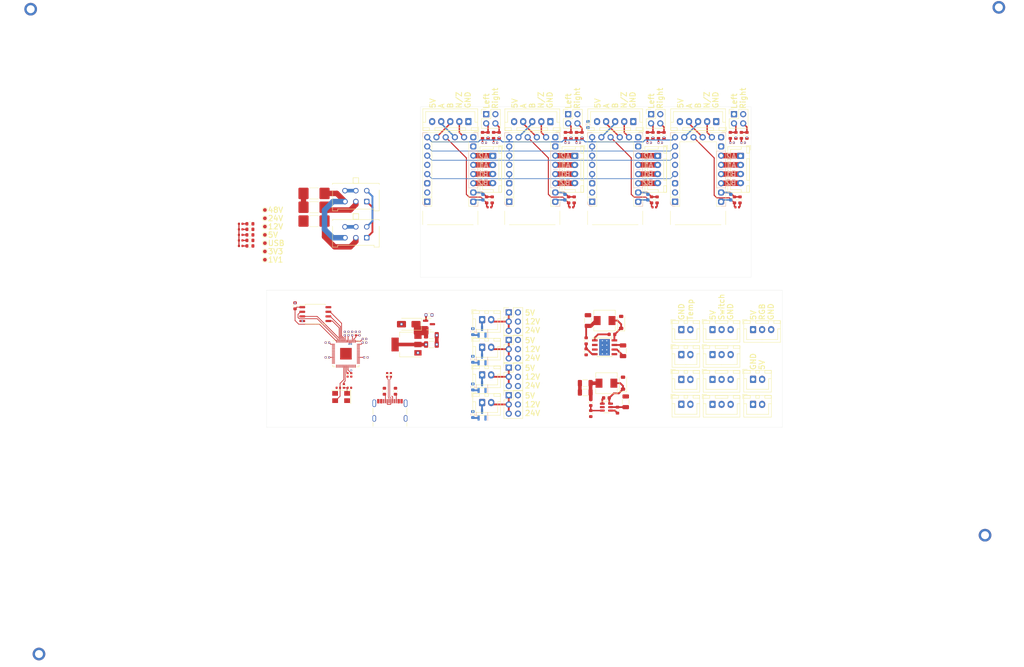
<source format=kicad_pcb>
(kicad_pcb (version 20221018) (generator pcbnew)
  (title_block (title "CAN 3D Printer (4 Motor)") (rev "1") (company "Abit Gray"))
  (layers (0 "F.Cu" signal) (1 "In1.Cu" power "In1.Cu (GND)") (2 "In2.Cu" power "In2.Cu (Vcc)") (3 "In3.Cu" mixed "In3.Cu (Mixed)") (4 "In4.Cu" power "In4.Cu (GND)") (31 "B.Cu" signal) (34 "B.Paste" user) (35 "F.Paste" user) (36 "B.SilkS" user "B.Silkscreen") (37 "F.SilkS" user "F.Silkscreen") (38 "B.Mask" user) (39 "F.Mask" user) (44 "Edge.Cuts" user))
  (net 0 "")
  (net 1 "GND")
  (net 2 "USB D-")
  (net 3 "/Microcontroller/XIN")
  (net 4 "/Microcontroller/XOUT")
  (net 5 "+3V3")
  (net 6 "+1V1")
  (net 7 "+24V")
  (net 8 "Net-(D311-K)")
  (net 9 "Net-(U311-BOOT)")
  (net 10 "+5V")
  (net 11 "Net-(D321-K)")
  (net 12 "Net-(U321-Boost)")
  (net 13 "+12V")
  (net 14 "M1 REF L")
  (net 15 "M1 REF R")
  (net 16 "Net-(D101-A)")
  (net 17 "Net-(D102-A)")
  (net 18 "Net-(D103-A)")
  (net 19 "Net-(D104-A)")
  (net 20 "Net-(D105-A)")
  (net 21 "M1 OUT STEP")
  (net 22 "Net-(D601-A)")
  (net 23 "Net-(D701-A)")
  (net 24 "Net-(D801-A)")
  (net 25 "Net-(D901-A)")
  (net 26 "+48V")
  (net 27 "CAN-H")
  (net 28 "CAN-L")
  (net 29 "RGB")
  (net 30 "Temp 1")
  (net 31 "Temp 2")
  (net 32 "Temp 3")
  (net 33 "Temp 4")
  (net 34 "Bed Heating")
  (net 35 "Head Heating")
  (net 36 "Limit 1")
  (net 37 "Limit 2")
  (net 38 "Limit 3")
  (net 39 "Limit 4")
  (net 40 "VUSB")
  (net 41 "/Power Supply/CC1")
  (net 42 "USB D+")
  (net 44 "/Power Supply/CC2")
  (net 47 "Net-(J401-Pin_1)")
  (net 48 "Net-(J401-Pin_2)")
  (net 49 "Net-(J403-Pin_1)")
  (net 50 "Net-(J403-Pin_2)")
  (net 51 "Net-(J405-Pin_1)")
  (net 52 "Net-(J405-Pin_2)")
  (net 53 "Net-(J407-Pin_1)")
  (net 54 "Net-(J407-Pin_2)")
  (net 55 "/Motor Drivers/Motor 1/M1_ENC_N")
  (net 56 "/Motor Drivers/Motor 1/M1_ENC_B")
  (net 57 "/Motor Drivers/Motor 1/M1_ENC_A")
  (net 58 "Net-(J603-Pin_3)")
  (net 59 "Net-(J603-Pin_4)")
  (net 60 "Net-(J703-Pin_3)")
  (net 61 "Net-(J703-Pin_4)")
  (net 62 "Net-(J803-Pin_3)")
  (net 63 "Net-(J803-Pin_4)")
  (net 64 "Net-(J903-Pin_3)")
  (net 65 "Net-(J903-Pin_4)")
  (net 66 "FAN1")
  (net 67 "FAN2")
  (net 68 "FAN3")
  (net 69 "FAN4")
  (net 70 "Net-(U201-XOUT)")
  (net 71 "Net-(U201-USB_DP)")
  (net 72 "Net-(U201-USB_DM)")
  (net 73 "/Microcontroller/QSPI_SS")
  (net 74 "Net-(U311-VSENSE)")
  (net 75 "Net-(U321-EN)")
  (net 76 "Net-(U321-Feedback)")
  (net 93 "SWCLK")
  (net 94 "SWD")
  (net 95 "/Microcontroller/RUN")
  (net 110 "/Microcontroller/QSPI_SD3")
  (net 111 "/Microcontroller/QSPI_SCLK")
  (net 112 "/Microcontroller/QSPI_SD0")
  (net 113 "/Microcontroller/QSPI_SD2")
  (net 114 "/Microcontroller/QSPI_SD1")
  (net 118 "SPI MISO")
  (net 119 "SPI ~{CS} M1")
  (net 120 "SPI CLK")
  (net 121 "SPI MOSI")
  (net 122 "~{MOTOR ENABLE}")
  (net 123 "/CAN 24V")
  (net 124 "/CAN 48V")
  (net 125 "/Power Supply/VIN")
  (net 126 "M2 REF L")
  (net 127 "M2 REF R")
  (net 128 "M3 REF L")
  (net 129 "M3 REF R")
  (net 130 "M4 REF L")
  (net 131 "M4 REF R")
  (net 132 "M2 OUT STEP")
  (net 133 "M3 OUT STEP")
  (net 134 "M4 OUT STEP")
  (net 135 "/Motor Drivers/Motor 1/M1_A2")
  (net 136 "/Motor Drivers/Motor 1/M1_A1")
  (net 137 "/Motor Drivers/Motor 1/M1_B1")
  (net 138 "/Motor Drivers/Motor 1/M1_B2")
  (net 139 "/Motor Drivers/Motor 2/M2_A2")
  (net 140 "/Motor Drivers/Motor 2/M2_A1")
  (net 141 "/Motor Drivers/Motor 2/M2_B1")
  (net 142 "/Motor Drivers/Motor 2/M2_B2")
  (net 143 "/Motor Drivers/Motor 2/M2_ENC_N")
  (net 144 "/Motor Drivers/Motor 2/M2_ENC_B")
  (net 145 "/Motor Drivers/Motor 2/M2_ENC_A")
  (net 146 "/Motor Drivers/Motor 3/M3_A2")
  (net 147 "/Motor Drivers/Motor 3/M3_A1")
  (net 148 "/Motor Drivers/Motor 3/M3_B1")
  (net 149 "/Motor Drivers/Motor 3/M3_B2")
  (net 150 "/Motor Drivers/Motor 3/M3_ENC_N")
  (net 151 "/Motor Drivers/Motor 3/M3_ENC_B")
  (net 152 "/Motor Drivers/Motor 3/M3_ENC_A")
  (net 153 "/Motor Drivers/Motor 4/M4_A2")
  (net 154 "/Motor Drivers/Motor 4/M4_A1")
  (net 155 "/Motor Drivers/Motor 4/M4_B1")
  (net 156 "/Motor Drivers/Motor 4/M4_B2")
  (net 157 "/Motor Drivers/Motor 4/M4_ENC_N")
  (net 158 "/Motor Drivers/Motor 4/M4_ENC_B")
  (net 159 "/Motor Drivers/Motor 4/M4_ENC_A")
  (net 160 "SPI ~{CS} M2")
  (net 161 "SPI ~{CS} M3")
  (net 162 "SPI ~{CS} M4")
  (net 163 "Net-(Q401-S)")
  (net 164 "Net-(Q402-S)")
  (net 165 "Net-(Q403-S)")
  (net 166 "Net-(Q404-S)")
  (footprint "Capacitor_SMD:C_0402_1005Metric" (layer "F.Cu") (at 106.172 104.676 90)
    (fp_text reference "C234" hide)
    (fp_text value "100nF")
  )
  (footprint "Connector_JST:JST_XH_B2B-XH-A_1x02_P2.50mm_Vertical" (layer "F.Cu") (at 214.67 117.299)
    (fp_text reference "J131" hide)
    (fp_text value "Heating Enable")
  )
  (footprint "Connector_JST:JST_XH_B3B-XH-A_1x03_P2.50mm_Vertical" (layer "F.Cu") (at 203.494 124.206)
    (fp_text reference "J144" hide)
    (fp_text value "Limit Switch")
  )
  (footprint "Capacitor_SMD:C_1206_3216Metric" (layer "F.Cu") (at 125.984 107.696)
    (fp_text reference "C302" hide)
    (fp_text value "10uF")
  )
  (footprint "LED_SMD:LED_0402_1005Metric" (layer "F.Cu") (at 164.592 69.85)
    (fp_text reference "D701" hide)
    (fp_text value "White")
  )
  (footprint "Package_TO_SOT_SMD:SOT-23" (layer "F.Cu") (at 125.324 102.094)
    (fp_text reference "Q301" hide)
    (fp_text value "Si2309CDS")
  )
  (footprint "Capacitor_SMD:C_0402_1005Metric" (layer "F.Cu") (at 189.0765 52.07)
    (fp_text reference "C812" hide)
    (fp_text value "100nF")
  )
  (footprint "MountingHole:MountingHole_2.2mm_M2_ISO7380_Pad" (layer "F.Cu") (at 278.638 160.274)
    (fp_text reference "H103" hide)
    (fp_text value "MountingHole_Pad")
  )
  (footprint "Connector_JST:JST_XH_B3B-XH-A_1x03_P2.50mm_Vertical" (layer "F.Cu") (at 203.494 110.473)
    (fp_text reference "J142" hide)
    (fp_text value "Limit Switch")
  )
  (footprint "Resistor_SMD:R_0603_1608Metric" (layer "F.Cu") (at 209.55 67.818 90)
    (fp_text reference "R901" hide)
    (fp_text value "47k")
  )
  (footprint "Resistor_SMD:R_0603_1608Metric" (layer "F.Cu") (at 75.946 74.422)
    (fp_text reference "R101" hide)
    (fp_text value "90k")
  )
  (footprint "Capacitor_SMD:C_0402_1005Metric" (layer "F.Cu") (at 143.6105 52.07)
    (fp_text reference "C612" hide)
    (fp_text value "100nF")
  )
  (footprint "Connector_PinHeader_2.54mm:PinHeader_2x03_P2.54mm_Vertical" (layer "F.Cu") (at 147.315 114.061)
    (fp_text reference "J406" hide)
    (fp_text value "Fan Voltage Selection")
  )
  (footprint "Inductor_SMD:L_Sunlord_MWSA0503S" (layer "F.Cu") (at 174.244 118.364 180)
    (fp_text reference "L321" hide)
    (fp_text value "10uH")
  )
  (footprint "Package_SO:SOIC-8_5.23x5.23mm_P1.27mm" (layer "F.Cu") (at 93.98 99.314)
    (fp_text reference "U202" hide)
    (fp_text value "W25Q128JVS")
  )
  (footprint "Resistor_SMD:R_0603_1608Metric" (layer "F.Cu") (at 188.214 67.818 90)
    (fp_text reference "R802" hide)
    (fp_text value "4.7k")
  )
  (footprint "Diode_SMD:D_SMA" (layer "F.Cu") (at 119.736 102.094 180)
    (fp_text reference "D301" hide)
    (fp_text value "D_Schottky")
  )
  (footprint "Capacitor_SMD:C_0402_1005Metric" (layer "F.Cu") (at 107.922 111.252)
    (fp_text reference "C235" hide)
    (fp_text value "100nF")
  )
  (footprint "LED_SMD:LED_0402_1005Metric" (layer "F.Cu") (at 210.312 69.85)
    (fp_text reference "D901" hide)
    (fp_text value "White")
  )
  (footprint "Capacitor_SMD:C_0402_1005Metric" (layer "F.Cu") (at 107.541 106.172)
    (fp_text reference "C211" hide)
    (fp_text value "100nF")
  )
  (footprint "TestPoint:TestPoint_Pad_D1.0mm" (layer "F.Cu") (at 80.073 77.47)
    (fp_text reference "TP103" hide)
    (fp_text value "TestPoint")
  )
  (footprint "Capacitor_SMD:C_0402_1005Metric" (layer "F.Cu") (at 97.31 107.188 180)
    (fp_text reference "C237" hide)
    (fp_text value "100nF")
  )
  (footprint "Resistor_SMD:R_0603_1608Metric" (layer "F.Cu") (at 164.4665 50.038 -90)
    (fp_text reference "R711" hide)
    (fp_text value "10k")
  )
  (footprint "Diode_SMD:D_SOD-123" (layer "F.Cu") (at 178.816 118.364 90)
    (fp_text reference "D321" hide)
    (fp_text value "B5819W")
  )
  (footprint "Capacitor_SMD:C_0402_1005Metric" (layer "F.Cu") (at 102.87 116.078 -90)
    (fp_text reference "C238" hide)
    (fp_text value "100nF")
  )
  (footprint "Connector_USB:USB_C_Receptacle_GCT_USB4105-xx-A_16P_TopMnt_Horizontal" (layer "F.Cu") (at 114.554 127)
    (fp_text reference "J301" hide)
    (fp_text value "USB_C_Receptacle_USB2.0")
  )
  (footprint "Capacitor_SMD:C_1206_3216Metric" (layer "F.Cu") (at 125.984 105.156)
    (fp_text reference "C301" hide)
    (fp_text value "10uF")
  )
  (footprint "Connector_JST:JST_XH_B2B-XH-A_1x02_P2.50mm_Vertical" (layer "F.Cu") (at 194.898 103.583)
    (fp_text reference "J121" hide)
    (fp_text value "Temperature")
  )
  (footprint "Connector_JST:JST_XH_B5B-XH-A_1x05_P2.50mm_Vertical" (layer "F.Cu") (at 136.1925 46.228 180)
    (fp_text reference "J602" hide)
    (fp_text value "Encoder")
  )
  (footprint "MountingHole:MountingHole_2.2mm_M2_ISO7380_Pad" (layer "F.Cu") (at 282.448 14.732)
    (fp_text reference "H102" hide)
    (fp_text value "MountingHole_Pad")
  )
  (footprint "TestPoint:TestPoint_Pad_D1.0mm" (layer "F.Cu") (at 80.073 82.042)
    (fp_text reference "TP102" hide)
    (fp_text value "TestPoint")
  )
  (footprint "Crystal:Crystal_SMD_5032-4Pin_5.0x3.2mm" (layer "F.Cu") (at 101.092 122.174 180)
    (fp_text reference "Y201" hide)
    (fp_text value "12MHz")
  )
  (footprint "Connector_PinHeader_2.54mm:PinHeader_2x02_P2.54mm_Vertical" (layer "F.Cu") (at 163.6995 44.191)
    (fp_text reference "J703" hide)
    (fp_text value "Direction")
  )
  (footprint "Resistor_SMD:R_0603_1608Metric" (layer "F.Cu") (at 209.9325 50.038 -90)
    (fp_text reference "R911" hide)
    (fp_text value "10k")
  )
  (footprint "Connector_JST:JST_XH_B3B-XH-A_1x03_P2.50mm_Vertical" (layer "F.Cu") (at 214.67 103.583)
    (fp_text reference "J111" hide)
    (fp_text value "RGB")
  )
  (footprint "Resistor_SMD:R_0603_1608Metric" (layer "F.Cu") (at 186.69 67.818 90)
    (fp_text reference "R801" hide)
    (fp_text value "47k")
  )
  (footprint "Custom:FYSETC TMC5160" (layer "F.Cu") (at 170.3085 50.546)
    (fp_text reference "U801" hide)
    (fp_text value "FYSETC TMC5160")
  )
  (footprint "LED_SMD:LED_0402_1005Metric" (layer "F.Cu") (at 141.986 69.85)
    (fp_text reference "D601" hide)
    (fp_text value "White")
  )
  (footprint "Custom:FYSETC TMC5160" (layer "F.Cu") (at 124.8425 50.546)
    (fp_text reference "U601" hide)
    (fp_text value "FYSETC TMC5160")
  )
  (footprint "Resistor_SMD:R_0603_1608Metric" (layer "F.Cu") (at 75.946 75.946)
    (fp_text reference "R102" hide)
    (fp_text value "42k")
  )
  (footprint "TestPoint:TestPoint_Pad_D1.0mm" (layer "F.Cu") (at 80.073 79.756)
    (fp_text reference "TP107" hide)
    (fp_text value "TestPoint")
  )
  (footprint "Connector_JST:JST_XH_B4B-XH-A_1x04_P2.50mm_Vertical" (layer "F.Cu") (at 211.2195 55.686 -90)
    (fp_text reference "J901" hide)
    (fp_text value "Motor Connector")
  )
  (footprint "Package_TO_SOT_SMD:SOT-23-6" (layer "F.Cu") (at 174.244 124.968)
    (fp_text reference "U321" hide)
    (fp_text value "MP2359DJ")
  )
  (footprint "Package_TO_SOT_SMD:SOT-223-3_TabPin2" (layer "F.Cu") (at 119.126 107.696 180)
    (fp_text reference "U301" hide)
    (fp_text value "AMS1117-3.3")
  )
  (footprint "Diode_SMD:D_SOD-123" (layer "F.Cu") (at 178.308 101.6 90)
    (fp_text reference "D311" hide)
    (fp_text value "B5819W")
  )
  (footprint "Connector_PinHeader_2.54mm:PinHeader_2x03_P2.54mm_Vertical" (layer "F.Cu") (at 147.31 98.836)
    (fp_text reference "J402" hide)
    (fp_text value "Fan Voltage Selection")
  )
  (footprint "Resistor_SMD:R_0603_1608Metric" (layer "F.Cu") (at 167.5145 50.038 -90)
    (fp_text reference "R713" hide)
    (fp_text value "10k")
  )
  (footprint "Capacitor_SMD:C_0402_1005Metric" (layer "F.Cu") (at 211.9365 52.07)
    (fp_text reference "C912" hide)
    (fp_text value "100nF")
  )
  (footprint "Custom:Fuse_2410_6125Metric" (layer "F.Cu") (at 93.62 73.66 180)
    (fp_text reference "F101" hide)
    (fp_text value "65V 20A")
  )
  (footprint "TestPoint:TestPoint_Pad_D1.0mm" (layer "F.Cu") (at 80.073 70.612)
    (fp_text reference "TP106" hide)
    (fp_text value "TestPoint")
  )
  (footprint "Resistor_SMD:R_0402_1005Metric" (layer "F.Cu") (at 113.792 116.078 90)
    (fp_text reference "R211" hide)
    (fp_text value "27.4R")
  )
  (footprint "LED_SMD:LED_0402_1005Metric" (layer "F.Cu") (at 73.406 77.47)
    (fp_text reference "D103" hide)
    (fp_text value "White")
  )
  (footprint "Custom:Fuse_2410_6125Metric" (layer "F.Cu") (at 93.62 69.85 180)
    (fp_text reference "F103" hide)
    (fp_text value "65V 20A")
  )
  (footprint "Connector_JST:JST_XH_B4B-XH-A_1x04_P2.50mm_Vertical" (layer "F.Cu") (at 165.4995 55.686 -90)
    (fp_text reference "J701" hide)
    (fp_text value "Motor Connector")
  )
  (footprint "Resistor_SMD:R_0603_1608Metric" (layer "F.Cu") (at 142.748 67.818 90)
    (fp_text reference "R602" hide)
    (fp_text value "4.7k")
  )
  (footprint "Connector_JST:JST_XH_B5B-XH-A_1x05_P2.50mm_Vertical" (layer "F.Cu") (at 181.6585 46.228 180)
    (fp_text reference "J802" hide)
    (fp_text value "Encoder")
  )
  (footprint "Connector_JST:JST_XH_B2B-XH-A_1x02_P2.50mm_Vertical" (layer "F.Cu") (at 139.969 116.076)
    (fp_text reference "J405" hide)
    (fp_text value "Fan Connector")
  )
  (footprint "Connector_JST:JST_XH_B5B-XH-A_1x05_P2.50mm_Vertical" (layer "F.Cu") (at 204.5185 46.228 180)
    (fp_text reference "J902" hide)
    (fp_text value "Encoder")
  )
  (footprint "Capacitor_SMD:C_0603_1608Metric" (layer "F.Cu") (at 174.244 122.428 180)
    (fp_text reference "C322" hide)
    (fp_text value "10nF")
  )
  (footprint "Capacitor_SMD:C_0402_1005Metric" (layer "F.Cu") (at 100.33 119.634 180)
    (fp_text reference "C201" hide)
    (fp_text value "14pF")
  )
  (footprint "Capacitor_SMD:C_0402_1005Metric" (layer "F.Cu") (at 163.4225 52.07)
    (fp_text reference "C711" hide)
    (fp_text value "100nF")
  )
  (footprint "Resistor_SMD:R_0603_1608Metric" (layer "F.Cu") (at 125.324 99.554 180)
    (fp_text reference "R301" hide)
    (fp_text value "10k")
  )
  (footprint "Custom:FYSETC TMC5160" (layer "F.Cu") (at 193.1685 50.546)
    (fp_text reference "U901" hide)
    (fp_text value "FYSETC TMC5160")
  )
  (footprint "Connector_PinHeader_2.54mm:PinHeader_2x03_P2.54mm_Vertical" (layer "F.Cu") (at 147.315 106.441)
    (fp_text reference "J404" hide)
    (fp_text value "Fan Voltage Selection")
  )
  (footprint "Capacitor_SMD:C_0402_1005Metric" (layer "F.Cu") (at 103.886 116.078 -90)
    (fp_text reference "C231" hide)
    (fp_text value "100nF")
  )
  (footprint "Capacitor_SMD:C_0402_1005Metric" (layer "F.Cu") (at 140.5625 52.07)
    (fp_text reference "C611" hide)
    (fp_text value "100nF")
  )
  (footprint "Resistor_SMD:R_0603_1608Metric" (layer "F.Cu") (at 116.078 120.587 90)
    (fp_text reference "R332" hide)
    (fp_text value "5.1k")
  )
  (footprint "Resistor_SMD:R_0603_1608Metric" (layer "F.Cu") (at 168.656 109.728 -90)
    (fp_text reference "R312" hide)
    (fp_text value "3.2k")
  )
  (footprint "Connector_JST:JST_XH_B2B-XH-A_1x02_P2.50mm_Vertical" (layer "F.Cu") (at 194.898 124.189)
    (fp_text reference "J124" hide)
    (fp_text value "Temperature")
  )
  (footprint "LED_SMD:LED_0402_1005Metric" (layer "F.Cu") (at 73.406 74.422)
    (fp_text reference "D101" hide)
    (fp_text value "White")
  )
  (footprint "Resistor_SMD:R_0603_1608Metric" (layer "F.Cu") (at 212.9805 50.038 -90)
    (fp_text reference "R913" hide)
    (fp_text value "10k")
  )
  (footprint "Capacitor_SMD:C_0402_1005Metric" (layer "F.Cu") (at 102.108 104.676 90)
    (fp_text reference "C232" hide)
    (fp_text value "100nF")
  )
  (footprint "Resistor_SMD:R_0603_1608Metric" (layer "F.Cu") (at 211.074 67.818 90)
    (fp_text reference "R902" hide)
    (fp_text value "4.7k")
  )
  (footprint "Resistor_SMD:R_0603_1608Metric" (layer "F.Cu") (at 187.0725 50.038 -90)
    (fp_text reference "R811" hide)
    (fp_text value "10k")
  )
  (footprint "Resistor_SMD:R_0603_1608Metric" (layer "F.Cu") (at 165.9905 50.038 90)
    (fp_text reference "R714" hide)
    (fp_text value "47k")
  )
  (footprint "LED_SMD:LED_0402_1005Metric" (layer "F.Cu") (at 73.406 80.518)
    (fp_text reference "D105" hide)
    (fp_text value "White")
  )
  (footprint "Capacitor_SMD:C_0603_1608Metric" (layer "F.Cu") (at 175.768 104.902 180)
    (fp_text reference "C312" hide)
    (fp_text value "10nF")
  )
  (footprint "Connector_JST:JST_XH_B2B-XH-A_1x02_P2.50mm_Vertical" (layer "F.Cu") (at 139.969 100.836)
    (fp_text reference "J401" hide)
    (fp_text value "Fan Connector")
  )
  (footprint "Resistor_SMD:R_0402_1005Metric" (layer "F.Cu") (at 114.808 116.078 90)
    (fp_text reference "R212" hide)
    (fp_text value "27.4R")
  )
  (footprint "Resistor_SMD:R_0603_1608Metric" (layer "F.Cu") (at 185.5485 50.038 90)
    (fp_text reference "R812" hide)
    (fp_text value "47k")
  )
  (footprint "Connector_Molex:Molex_Micro-Fit_3.0_43045-0612_2x03_P3.00mm_Vertical" (layer "F.Cu") (at 108.156 68.278 180)
    (fp_text reference "J101" hide)
    (fp_text value "Molex Micro-Fit 3.0 2x03 - CAN bus")
  )
  (footprint "Connector_JST:JST_XH_B3B-XH-A_1x03_P2.50mm_Vertical" (layer "F.Cu") (at 203.494 117.331)
    (fp_text reference "J143" hide)
    (fp_text value "Limit Switch")
  )
  (footprint "Resistor_SMD:R_0603_1608Metric" (layer "F.Cu") (at 88.392 97.028 -90)
    (fp_text reference "R221" hide)
    (fp_text value "10k")
  )
  (footprint "MountingHole:MountingHole_2.2mm_M2_ISO7380_Pad" (layer "F.Cu") (at 17.78 193.04)
    (fp_text reference "H104" hide)
    (fp_text value "MountingHole_Pad")
  )
  (footprint "Capacitor_SMD:C_1206_3216Metric" (layer "F.Cu") (at 169.151 101.092 90)
    (fp_text reference "C313" hide)
    (fp_text value "10uF")
  )
  (footprint "Connector_PinHeader_2.54mm:PinHeader_2x02_P2.54mm_Vertical" (layer "F.Cu") (at 186.5595 44.191)
    (fp_text reference "J803" hide)
    (fp_text value "Direction")
  )
  (footprint "Capacitor_SMD:C_0402_1005Metric" (layer "F.Cu") (at 105.156 104.676 90)
    (fp_text reference "C222" hide)
    (fp_text value "1uF")
  )
  (footprint "Resistor_SMD:R_0603_1608Metric" (layer "F.Cu") (at 113.03 120.587 90)
    (fp_text reference "R331" hide)
    (fp_text value "5.1k")
  )
  (footprint "Resistor_SMD:R_0603_1608Metric" (layer "F.Cu") (at 211.4565 50.038 90)
    (fp_text reference "R914" hide)
    (fp_text value "47k")
  )
  (footprint "Capacitor_SMD:C_0402_1005Metric" (layer "F.Cu") (at 186.0285 52.07)
    (fp_text reference "C811" hide)
    (fp_text value "100nF")
  )
  (footprint "Resistor_SMD:R_0603_1608Metric" (layer "F.Cu") (at 169.926 123.698 -90)
    (fp_text reference "R322" hide)
    (fp_text value "47k")
  )
  (footprint "Connector_JST:JST_XH_B2B-XH-A_1x02_P2.50mm_Vertical" (layer "F.Cu") (at 139.969 108.456)
    (fp_text reference "J403" hide)
    (fp_text value "Fan Connector")
  )
  (footprint "Connector_PinHeader_2.54mm:PinHeader_2x03_P2.54mm_Vertical" (layer "F.Cu") (at 147.315 121.681)
    (fp_text reference "J408" hide)
    (fp_text value "Fan Voltage Selection")
  )
  (footprint "Connector_JST:JST_XH_B4B-XH-A_1x04_P2.50mm_Vertical" (layer "F.Cu") (at 188.3595 55.686 -90)
    (fp_text reference "J801" hide)
    (fp_text value "Motor Connector")
  )
  (footprint "Resistor_SMD:R_0603_1608Metric" (layer "F.Cu") (at 190.1205 50.038 -90)
    (fp_text reference "R813" hide)
    (fp_text value "10k")
  )
  (footprint "Capacitor_SMD:C_0402_1005Metric" (layer "F.Cu") (at 104.14 104.676 90)
    (fp_text reference "C221" hide)
    (fp_text value "1uF")
  )
  (footprint "Capacitor_SMD:C_0402_1005Metric" (layer "F.Cu") (at 103.378 119.634)
    (fp_text reference "C202" hide)
    (fp_text value "14pF")
  )
  (footprint "Resistor_SMD:R_0603_1608Metric" (layer "F.Cu") (at 188.5965 50.038 90)
    (fp_text reference "R814" hide)
    (fp_text value "47k")
  )
  (footprint "Capacitor_SMD:C_0402_1005Metric" (layer "F.Cu") (at 166.4705 52.07)
    (fp_text reference "C712" hide)
    (fp_text value "100nF")
  )
  (footprint "Capacitor_SMD:C_0402_1005Metric" (layer "F.Cu") (at 107.541 107.188)
    (fp_text reference "C233" hide)
    (fp_text value "100nF")
  )
  (footprint "Resistor_SMD:R_0603_1608Metric" (layer "F.Cu") (at 162.9425 50.038 90)
    (fp_text reference "R712" hide)
    (fp_text value "47k")
  )
  (footprint "Resistor_SMD:R_0603_1608Metric" (layer "F.Cu") (at 169.926 126.746 -90)
    (fp_text reference "R323" hide)
    (fp_text value "3.4k")
  )
  (footprint "Resistor_SMD:R_0603_1608Metric" (layer "F.Cu") (at 168.656 106.68 -90)
    (fp_text reference "R311" hide)
    (fp_text value "10k")
  )
  (footprint "Connector_JST:JST_XH_B2B-XH-A_1x02_P2.50mm_Vertical" (layer "F.Cu") (at 194.898 110.473)
    (fp_text reference "J122" hide)
    (fp_text value "Temperature")
  )
  (footprint "Connector_PinHeader_2.54mm:PinHeader_2x02_P2.54mm_Vertical" (layer "F.Cu") (at 209.4195 44.191)
    (fp_text reference "J903" hide)
    (fp_text value "Direction")
  )
  (footprint "Package_SO:TI_SO-PowerPAD-8_ThermalVias" (layer "F.Cu") (at 173.736 108.458)
    (fp_text reference "U311" hide)
    (fp_text value "TPS5430DDA")
  )
  (footprint "TestPoint:TestPoint_Pad_D1.0mm" (layer "F.Cu") (at 80.073 84.328)
    (fp_text reference "TP101" hide)
    (fp_text value "TestPoint")
  )
  (footprint "Capacitor_SMD:C_1206_3216Metric" (layer "F.Cu") (at 178.816 109.425 -90)
    (fp_text reference "C311" hide)
    (fp_text value "10uF")
  )
  (footprint "Connector_JST:JST_XH_B5B-XH-A_1x05_P2.50mm_Vertical" (layer "F.Cu") (at 158.7985 46.245 180)
    (fp_text reference "J702" hide)
    (fp_text value "Encoder")
  )
  (footprint "MountingHole:MountingHole_2.2mm_M2_ISO7380_Pad" (layer "F.Cu") (at 15.494 15.24)
    (fp_text reference "H101" hide)
    (fp_text value "MountingHole_Pad")
  )
  (footprint "Resistor_SMD:R_0603_1608Metric" (layer "F.Cu") (at 141.224 67.818 90)
    (fp_text reference "R601" hide)
    (fp_text value "47k")
  )
  (footprint "Custom:Fuse_2410_6125Metric" (layer "F.Cu") (at 93.62 66.04 180)
    (fp_text reference "F102" hide)
    (fp_text value "65V 20A")
  )
  (footprint "Capacitor_SMD:C_0402_1005Metric" (layer "F.Cu") (at 103.124 104.676 90)
    (fp_text reference "C236" hide)
    (fp_text value "100nF")
  )
  (footprint "LED_SMD:LED_0402_1005Metric" (layer "F.Cu") (at 187.452 69.85)
    (fp_text reference "D801" hide)
    (fp_text value "White")
  )
  (footprint "Resistor_SMD:R_0603_1608Metric" (layer "F.Cu") (at 165.354 67.818 90)
    (fp_text reference "R702" hide)
    (fp_text value "4.7k")
  )
  (footprint "Connector_JST:JST_XH_B2B-XH-A_1x02_P2.50mm_Vertical" (layer "F.Cu") (at 139.969 123.696)
    (fp_text reference "J407" hide)
    (fp_text value "Fan Connector")
  )
  (footprint "LED_SMD:LED_0402_1005Metric" (layer "F.Cu") (at 73.406 75.946)
    (fp_text reference "D102" hide)
    (fp_text value "White")
  )
  (footprint "Package_DFN_QFN:QFN-56-1EP_7x7mm_P0.4mm_EP3.2x3.2mm" (layer "F.Cu") (at 102.416 110.236)
    (fp_text reference "U201" hide)
    (fp_text value "RP2040")
  )
  (footprint "Resistor_SMD:R_0603_1608Metric" (layer "F.Cu") (at 75.946 80.518)
    (fp_text reference "R105" hide)
    (fp_text value "600")
  )
  (footprint "Resistor_SMD:R_0603_1608Metric" (layer "F.Cu") (at 75.946 77.47)
    (fp_text reference "R103" hide)
    (fp_text value "18k")
  )
  (footprint "Resistor_SMD:R_0603_1608Metric" (layer "F.Cu") (at 140.0825 50.038 90)
    (fp_text reference "R612" hide)
    (fp_text value "47k")
  )
  (footprint "Resistor_SMD:R_0603_1608Metric" (layer "F.Cu") (at 163.83 67.818 90)
    (fp_text reference "R701" hide)
    (fp_text value "47k")
  )
  (footprint "Custom:Tooling Hole (JLCPCB)" (layer "F.Cu") (at 13.97 20.032)
    (fp_text reference "H111" hide)
    (fp_text value "MountingHole_Pad")
  )
  (footprint "Capacitor_SMD:C_0402_1005Metric" (layer "F.Cu") (at 208.8885 52.07)
    (fp_text reference "C911" hide)
    (fp_text value "100nF")
  )
  (footprint "Custom:Tooling Hole (JLCPCB)" (layer "F.Cu") (at 13.97 23.114)
    (fp_text reference "H112" hide)
    (fp_text value "MountingHole_Pad")
  )
  (footprint "Connector_JST:JST_XH_B2B-XH-A_1x02_P2.50mm_Vertical" (layer "F.Cu") (at 214.67 124.206)
    (fp_text reference "J132" hide)
    (fp_text value "Heating Enable")
  )
  (footprint "Capacitor_SMD:C_1206_3216Metric" (layer "F.Cu") (at 168.402 118.364 180)
    (fp_text reference "C323" hide)
    (fp_text value "10uF")
  )
  (footprint "Inductor_SMD:L_Sunlord_MWSA0503S" (layer "F.Cu") (at 173.736 101.092 180)
    (fp_text reference "L311" hide)
    (fp_text value "10uH")
  )
  (footprint "Resistor_SMD:R_0603_1608Metric" (layer "F.Cu") (at 143.1305 50.038 90)
    (fp_text reference "R614" hide)
    (fp_text value "47k")
  )
  (footprint "Resistor_SMD:R_0603_1608Metric" (layer "F.Cu") (at 144.6545 50.038 -90)
    (fp_text reference "R613" hide)
    (fp_text value "10k")
  )
  (footprint "Capacitor_SMD:C_1206_3216Metric" (layer "F.Cu") (at 168.402 120.904 180)
    (fp_text reference "C324" hide)
    (fp_text value "10uF")
  )
  (footprint "Connector_JST:JST_XH_B2B-XH-A_1x02_P2.50mm_Vertical" (layer "F.Cu") (at 194.898 117.331)
    (fp_text reference "J123" hide)
    (fp_text value "Temperature")
  )
  (footprint "Resistor_SMD:R_0603_1608Metric" (layer "F.Cu") (at 177.292 125.793 -90)
    (fp_text reference "R321" hide)
    (fp_text value "100k")
  )
  (footprint "Capacitor_SMD:C_1206_3216Metric" (layer "F.Cu") (at 179.565 123.493 90)
    (fp_text reference "C321" hide)
    (fp_text value "10uF")
  )
  (footprint "Connector_JST:JST_XH_B3B-XH-A_1x03_P2.50mm_Vertical" (layer "F.Cu") (at 203.494 103.583)
    (fp_text reference "J141" hide)
    (fp_text value "Limit Switch")
  )
  (footprint "Connector_JST:JST_XH_B4B-XH-A_1x04_P2.50mm_Vertical" (layer "F.Cu") (at 142.8935 55.686 -90)
    (fp_text reference "J601" hide)
    (fp_text value "Motor Connector")
  )
  (footprint "TestPoint:TestPoint_Pad_D1.0mm" (layer "F.Cu") (at 80.073 75.184)
    (fp_text reference "TP104" hide)
    (fp_text value "TestPoint")
  )
  (footprint "Connector_PinHeader_2.54mm:PinHeader_2x02_P2.54mm_Vertical" (layer "F.Cu") (at 141.0935 44.191)
    (fp_text reference "J603" hide)
    (fp_text value "Direction")
  )
  (footprint "TestPoint:TestPoint_Pad_D1.0mm" (layer "F.Cu") (at 80.073 72.898)
    (fp_text reference "TP105" hide)
    (fp_text value "TestPoint")
  )
  (footprint "Resistor_SMD:R_0603_1608Metric" (layer "F.Cu") (at 75.946 78.994)
    (fp_text reference "R104" hide)
    (fp_text value "4.7k")
  )
  (footprint "Resistor_SMD:R_0603_1608Metric" (layer "F.Cu") (at 208.4085 50.038 90)
    (fp_text reference "R912" hide)
    (fp_text value "47k")
  )
  (footprint "Custom:FYSETC TMC5160" (layer "F.Cu") (at 147.4485 50.546)
    (fp_text reference "U701" hide)
    (fp_text value "FYSETC TMC5160")
  )
  (footprint "Connector_Molex:Molex_Micro-Fit_3.0_43045-0612_2x03_P3.00mm_Vertical" (layer "F.Cu") (at 108.156 78.253 180)
    (fp_text reference "J102" hide)
    (fp_text value "Molex Micro-Fit 3.0 2x03 - CAN bus")
  )
  (footprint "LED_SMD:LED_0402_1005Metric" (layer "F.Cu") (at 73.406 78.994)
    (fp_text reference "D104" hide)
    (fp_text value "White")
  )
  (footprint "Capacitor_SMD:C_0402_1005Metric" (layer "F.Cu") (at 97.31 111.252 180)
    (fp_text reference "C239" hide)
    (fp_text value "100nF")
  )
  (footprint "Resistor_SMD:R_0603_1608Metric" (layer "F.Cu") (at 141.6065 50.038 -90)
    (fp_text reference "R611" hide)
    (fp_text value "10k")
  )
  (footprint "Resistor_SMD:R_0402_1005Metric" (layer "F.Cu") (at 101.854 119.126 90)
    (fp_text reference "R201" hide)
    (fp_text value "1k")
  )
  (footprint "Resistor_SMD:R_0603_1608Metric" (layer "B.Cu") (at 137.409 119.395 90)
    (fp_text reference "F403" hide)
    (fp_text value "250mA")
  )
  (footprint "Capacitor_SMD:C_0603_1608Metric" (layer "B.Cu") (at 162.814 67.056 -90)
    (fp_text reference "C701" hide)
    (fp_text value "470nF")
  )
  (footprint "Resistor_SMD:R_0603_1608Metric" (layer "B.Cu") (at 137.409 127.015 90)
    (fp_text reference "F404" hide)
    (fp_text value "250mA")
  )
  (footprint "Capacitor_SMD:C_0603_1608Metric" (layer "B.Cu") (at 208.534 67.056 -90)
    (fp_text reference "C901" hide)
    (fp_text value "470nF")
  )
  (footprint "Capacitor_SMD:C_0603_1608Metric" (layer "B.Cu") (at 140.208 67.056 -90)
    (fp_text reference "C601" hide)
    (fp_text value "470nF")
  )
  (footprint "Package_TO_SOT_SMD:SOT-23" (layer "B.Cu") (at 139.949 111.775 90)
    (fp_text reference "Q402" hide)
    (fp_text value "BSS138")
  )
  (footprint "Package_TO_SOT_SMD:SOT-23" (layer "B.Cu") (at 139.949 127.015 90)
    (fp_text reference "Q404" hide)
    (fp_text value "BSS138")
  )
  (footprint "Resistor_SMD:R_0603_1608Metric" (layer "B.Cu") (at 169.164 47.053 90)
    (fp_text reference "R501" hide)
    (fp_text value "10k")
  )
  (footprint "Resistor_SMD:R_0603_1608Metric" (layer "B.Cu") (at 137.409 111.775 90)
    (fp_text reference "F402" hide)
    (fp_text value "250mA")
  )
  (footprint "Package_TO_SOT_SMD:SOT-23" (layer "B.Cu") (at 139.949 119.395 90)
    (fp_text reference "Q403" hide)
    (fp_text value "BSS138")
  )
  (footprint "Capacitor_SMD:C_0603_1608Metric" (layer "B.Cu") (at 185.674 67.056 -90)
    (fp_text reference "C801" hide)
    (fp_text value "470nF")
  )
  (footprint "Resistor_SMD:R_0603_1608Metric" (layer "B.Cu") (at 137.409 104.155 90)
    (fp_text reference "F401" hide)
    (fp_text value "250mA")
  )
  (footprint "Package_TO_SOT_SMD:SOT-23" (layer "B.Cu") (at 139.949 104.155 90)
    (fp_text reference "Q401" hide)
    (fp_text value "BSS138")
  )
  (gr_rect (start 104.394 61.722) (end 105.918 63.246) (stroke (width 0.1524)) (fill none) (layer "F.SilkS"))
  (gr_rect (start 104.394 71.628) (end 105.918 73.152) (stroke (width 0.1524)) (fill none) (layer "F.SilkS"))
  (gr_rect (start 122.936 42.164) (end 214.122 89.154) (stroke (width 0.0381)) (fill none) (layer "Edge.Cuts"))
  (gr_rect (start 80.518 92.71) (end 222.758 130.556) (stroke (width 0.0381)) (fill none) (layer "Edge.Cuts"))
  (gr_text "A2\nA1\nB1\nB2" (at 141.8605 59.436) (layer "B.SilkS") (effects (font (size 1.5 1.5) (thickness 0.25) bold) (justify left mirror)))
  (gr_text "A2\nA1\nB1\nB2" (at 164.4665 59.436) (layer "B.SilkS") (effects (font (size 1.5 1.5) (thickness 0.25) bold) (justify left mirror)))
  (gr_text "A2\nA1\nB1\nB2" (at 187.3265 59.436) (layer "B.SilkS") (effects (font (size 1.5 1.5) (thickness 0.25) bold) (justify left mirror)))
  (gr_text "A2\nA1\nB1\nB2" (at 210.1865 59.436) (layer "B.SilkS") (effects (font (size 1.5 1.5) (thickness 0.25) bold) (justify left mirror)))
  (gr_text "GND\nTemp" (at 196.148 101.123 90) (layer "F.SilkS") (effects (font (size 1.5 1.5) (thickness 0.25) bold) (justify left)))
  (gr_text "Left\nRight" (at 142.3635 42.861 90) (layer "F.SilkS") (effects (font (size 1.5 1.5) (thickness 0.25) bold) (justify left)))
  (gr_text "GND\n5V" (at 215.92 114.849 90) (layer "F.SilkS") (effects (font (size 1.5 1.5) (thickness 0.25) bold) (justify left)))
  (gr_text "5V\n12V\n24V" (at 151.633 116.601) (layer "F.SilkS") (effects (font (size 1.5 1.5) (thickness 0.25) bold) (justify left)))
  (gr_text "Left\nRight" (at 187.8295 42.861 90) (layer "F.SilkS") (effects (font (size 1.5 1.5) (thickness 0.25) bold) (justify left)))
  (gr_text "5V\nSwitch\nGND" (at 205.994 101.123 90) (layer "F.SilkS") (effects (font (size 1.5 1.5) (thickness 0.25) bold) (justify left)))
  (gr_text "48V" (at 80.773 70.612) (layer "F.SilkS") (effects (font (size 1.5 1.5) (thickness 0.25) bold) (justify left)))
  (gr_text "5V\n12V\n24V" (at 151.633 124.221) (layer "F.SilkS") (effects (font (size 1.5 1.5) (thickness 0.25) bold) (justify left)))
  (gr_text "5V\nA\nB\nN/Z\nGND" (at 153.7985 42.735 90) (layer "F.SilkS") (effects (font (size 1.5 1.5) (thickness 0.25) bold) (justify left)))
  (gr_text "12V" (at 80.773 75.184) (layer "F.SilkS") (effects (font (size 1.5 1.5) (thickness 0.25) bold) (justify left)))
  (gr_text "Left\nRight" (at 164.9695 42.861 90) (layer "F.SilkS") (effects (font (size 1.5 1.5) (thickness 0.25) bold) (justify left)))
  (gr_text "5V\nA\nB\nN/Z\nGND" (at 131.1925 42.718 90) (layer "F.SilkS") (effects (font (size 1.5 1.5) (thickness 0.25) bold) (justify left)))
  (gr_text "5V\nA\nB\nN/Z\nGND" (at 199.5185 42.718 90) (layer "F.SilkS") (effects (font (size 1.5 1.5) (thickness 0.25) bold) (justify left)))
  (gr_text "5V\n12V\n24V" (at 151.633 101.361) (layer "F.SilkS") (effects (font (size 1.5 1.5) (thickness 0.25) bold) (justify left)))
  (gr_text "Left\nRight" (at 210.6895 42.861 90) (layer "F.SilkS") (effects (font (size 1.5 1.5) (thickness 0.25) bold) (justify left)))
  (gr_text "5V\n12V\n24V" (at 151.633 108.981) (layer "F.SilkS") (effects (font (size 1.5 1.5) (thickness 0.25) bold) (justify left)))
  (gr_text "1V1" (at 80.773 84.328) (layer "F.SilkS") (effects (font (size 1.5 1.5) (thickness 0.25) bold) (justify left)))
  (gr_text "5V\nA\nB\nN/Z\nGND" (at 176.6585 42.718 90) (layer "F.SilkS") (effects (font (size 1.5 1.5) (thickness 0.25) bold) (justify left)))
  (gr_text "USB" (at 80.773 79.756) (layer "F.SilkS") (effects (font (size 1.5 1.5) (thickness 0.25) bold) (justify left)))
  (gr_text "5V\nRGB\nGND" (at 217.17 101.123 90) (layer "F.SilkS") (effects (font (size 1.5 1.5) (thickness 0.25) bold) (justify left)))
  (gr_text "24V" (at 80.773 72.898) (layer "F.SilkS") (effects (font (size 1.5 1.5) (thickness 0.25) bold) (justify left)))
  (gr_text "3V3" (at 80.773 82.042) (layer "F.SilkS") (effects (font (size 1.5 1.5) (thickness 0.25) bold) (justify left)))
  (gr_text "5V" (at 80.773 77.47) (layer "F.SilkS") (effects (font (size 1.5 1.5) (thickness 0.25) bold) (justify left)))
  (segment (start 178.816 110.757) (end 178.816 110.9) (width 0.5) (layer "F.Cu") (net 1))
  (segment (start 72.921 80.518) (end 72.921 74.422) (width 0.3) (layer "F.Cu") (net 1))
  (segment (start 166.927 120.904) (end 166.927 118.364) (width 1) (layer "F.Cu") (net 1))
  (segment (start 177.152 109.093) (end 178.816 110.757) (width 0.5) (layer "F.Cu") (net 1))
  (segment (start 127.459 105.156) (end 127.459 107.696) (width 1) (layer "F.Cu") (net 1))
  (segment (start 176.436 109.093) (end 177.152 109.093) (width 0.5) (layer "F.Cu") (net 1))
  (via (at 103.124 104.1908) (size 0.5) (drill 0.3) (layers "F.Cu" "B.Cu") (net 1))
  (via (at 141.0462 52.07) (size 0.5) (drill 0.3) (layers "F.Cu" "B.Cu") (net 1))
  (via (at 102.108 104.1908) (size 0.5) (drill 0.3) (layers "F.Cu" "B.Cu") (net 1))
  (via (at 137.409 103.3422) (size 0.5) (drill 0.3) (layers "F.Cu" "B.Cu") (net 1))
  (via (at 104.14 104.1908) (size 0.5) (drill 0.3) (layers "F.Cu" "B.Cu") (net 1))
  (via (at 144.0942 52.07) (size 0.5) (drill 0.3) (layers "F.Cu" "B.Cu") (net 1))
  (via (at 90.38 101.219) (size 0.5) (drill 0.3) (layers "F.Cu" "B.Cu") (net 1))
  (via (at 166.9542 52.07) (size 0.5) (drill 0.3) (layers "F.Cu" "B.Cu") (net 1))
  (via (at 137.409 126.2022) (size 0.5) (drill 0.3) (layers "F.Cu" "B.Cu") (net 1))
  (via (at 108.4072 111.252) (size 0.5) (drill 0.3) (layers "F.Cu" "B.Cu") (net 1))
  (via (at 137.409 118.5822) (size 0.5) (drill 0.3) (layers "F.Cu" "B.Cu") (net 1))
  (via (at 189.5602 52.07) (size 0.5) (drill 0.3) (layers "F.Cu" "B.Cu") (net 1))
  (via (at 127.459 107.696) (size 0.8) (drill 0.5) (layers "F.Cu" "B.Cu") (net 1))
  (via (at 127.459 105.156) (size 0.8) (drill 0.5) (layers "F.Cu" "B.Cu") (net 1))
  (via (at 209.3722 52.07) (size 0.5) (drill 0.3) (layers "F.Cu" "B.Cu") (net 1))
  (via (at 122.276 109.996) (size 0.8) (drill 0.5) (layers "F.Cu" "B.Cu") (net 1))
  (via (at 126.149 99.554) (size 0.8) (drill 0.5) (layers "F.Cu" "B.Cu") (net 1))
  (via (at 108.0516 107.188) (size 0.5) (drill 0.3) (layers "F.Cu" "B.Cu") (net 1))
  (via (at 137.409 110.9622) (size 0.5) (drill 0.3) (layers "F.Cu" "B.Cu") (net 1))
  (via (at 212.4202 52.07) (size 0.5) (drill 0.3) (layers "F.Cu" "B.Cu") (net 1))
  (via (at 96.8248 111.252) (size 0.5) (drill 0.3) (layers "F.Cu" "B.Cu") (net 1))
  (via (at 186.5122 52.07) (size 0.5) (drill 0.3) (layers "F.Cu" "B.Cu") (net 1))
  (via (at 106.172 104.1908) (size 0.5) (drill 0.3) (layers "F.Cu" "B.Cu") (net 1))
  (via (at 96.8248 107.188) (size 0.5) (drill 0.3) (layers "F.Cu" "B.Cu") (net 1))
  (via (at 163.9062 52.07) (size 0.5) (drill 0.3) (layers "F.Cu" "B.Cu") (net 1))
  (via (at 105.156 104.1908) (size 0.5) (drill 0.3) (layers "F.Cu" "B.Cu") (net 1))
  (via (at 108.0516 106.172) (size 0.5) (drill 0.3) (layers "F.Cu" "B.Cu") (net 1))
  (segment (start 162.814 67.831) (end 160.6435 67.831) (width 0.4) (layer "B.Cu") (net 1))
  (segment (start 102.156 65.278) (end 105.156 65.278) (width 1) (layer "B.Cu") (net 1))
  (segment (start 138.0375 67.831) (end 137.5425 68.326) (width 0.4) (layer "B.Cu") (net 1))
  (segment (start 140.208 67.831) (end 138.0375 67.831) (width 0.4) (layer "B.Cu") (net 1))
  (segment (start 160.6435 67.831) (end 160.1485 68.326) (width 0.4) (layer "B.Cu") (net 1))
  (segment (start 183.5035 67.831) (end 183.0085 68.326) (width 0.4) (layer "B.Cu") (net 1))
  (segment (start 208.534 67.831) (end 206.3635 67.831) (width 0.4) (layer "B.Cu") (net 1))
  (segment (start 206.3635 67.831) (end 205.8685 68.326) (width 0.4) (layer "B.Cu") (net 1))
  (segment (start 185.674 67.831) (end 183.5035 67.831) (width 0.4) (layer "B.Cu") (net 1))
  (segment (start 105.156 75.253) (end 102.156 75.253) (width 1) (layer "B.Cu") (net 1))
  (segment (start 113.915 124.206) (end 114.693 124.206) (width 0.2) (layer "F.Cu") (net 2))
  (segment (start 114.808 116.588) (end 114.808 117.068001) (width 0.1524) (layer "F.Cu") (net 2))
  (segment (start 113.804 123.32) (end 113.804 124.095) (width 0.2) (layer "F.Cu") (net 2))
  (segment (start 114.808 117.068001) (end 114.5032 117.372801) (width 0.1524) (layer "F.Cu") (net 2))
  (segment (start 114.808 122.428) (end 114.804 122.432) (width 0.1524) (layer "F.Cu") (net 2))
  (segment (start 113.804 124.095) (end 113.915 124.206) (width 0.2) (layer "F.Cu") (net 2))
  (segment (start 114.693 124.206) (end 114.804 124.095) (width 0.2) (layer "F.Cu") (net 2))
  (segment (start 114.5032 122.1232) (end 114.808 122.428) (width 0.1524) (layer "F.Cu") (net 2))
  (segment (start 114.804 122.432) (end 114.804 123.32) (width 0.1524) (layer "F.Cu") (net 2))
  (segment (start 114.5032 117.372801) (end 114.5032 122.1232) (width 0.1524) (layer "F.Cu") (net 2))
  (segment (start 114.804 124.095) (end 114.804 123.32) (width 0.2) (layer "F.Cu") (net 2))
  (segment (start 100.81 119.634) (end 100.81 121.948) (width 0.2) (layer "F.Cu") (net 3))
  (segment (start 99.584 123.174) (end 99.442 123.174) (width 0.2) (layer "F.Cu") (net 3))
  (segment (start 100.81 121.948) (end 99.584 123.174) (width 0.2) (layer "F.Cu") (net 3))
  (segment (start 100.81 119.634) (end 100.81 118.401369) (width 0.2) (layer "F.Cu") (net 3))
  (segment (start 101.816 117.395369) (end 101.816 113.6735) (width 0.2) (layer "F.Cu") (net 3))
  (segment (start 100.81 118.401369) (end 101.816 117.395369) (width 0.2) (layer "F.Cu") (net 3))
  (segment (start 102.742 121.174) (end 102.742 119.79) (width 0.2) (layer "F.Cu") (net 4))
  (segment (start 101.854 119.636) (end 102.896 119.636) (width 0.2) (layer "F.Cu") (net 4))
  (segment (start 102.742 119.79) (end 102.898 119.634) (width 0.2) (layer "F.Cu") (net 4))
  (segment (start 102.896 119.636) (end 102.898 119.634) (width 0.2) (layer "F.Cu") (net 4))
  (segment (start 106.172 105.156) (end 105.156 105.156) (width 0.2) (layer "F.Cu") (net 5))
  (segment (start 102.616 113.6735) (end 102.616 115.344) (width 0.2) (layer "F.Cu") (net 5))
  (segment (start 106.4345 106.7985) (end 105.016 106.7985) (width 0.2) (layer "F.Cu") (net 5))
  (segment (start 103.016 105.264) (end 103.124 105.156) (width 0.2) (layer "F.Cu") (net 5))
  (segment (start 107.061 106.172) (end 106.4345 106.7985) (width 0.2) (layer "F.Cu") (net 5))
  (segment (start 98.9785 111.236) (end 97.806 111.236) (width 0.2) (layer "F.Cu") (net 5))
  (segment (start 122.276 107.696) (end 124.509 107.696) (width 1) (layer "F.Cu") (net 5))
  (segment (start 105.156 105.664) (end 104.616 106.204) (width 0.2) (layer "F.Cu") (net 5))
  (segment (start 106.613 107.636) (end 107.061 107.188) (width 0.2) (layer "F.Cu") (net 5))
  (segment (start 107.426 111.236) (end 105.8535 111.236) (width 0.2) (layer "F.Cu") (net 5))
  (segment (start 102.616 115.344) (end 102.87 115.598) (width 0.2) (layer "F.Cu") (net 5))
  (segment (start 103.016 106.7985) (end 102.616 106.7985) (width 0.2) (layer "F.Cu") (net 5))
  (segment (start 107.442 111.252) (end 107.426 111.236) (width 0.2) (layer "F.Cu") (net 5))
  (segment (start 104.616 106.204) (end 104.616 106.7985) (width 0.2) (layer "F.Cu") (net 5))
  (segment (start 103.016 106.7985) (end 103.016 105.264) (width 0.2) (layer "F.Cu") (net 5))
  (segment (start 105.156 105.156) (end 105.156 105.664) (width 0.2) (layer "F.Cu") (net 5))
  (segment (start 97.79 107.188) (end 98.238 107.636) (width 0.2) (layer "F.Cu") (net 5))
  (segment (start 88.392 96.203) (end 88.392 96.266) (width 0.2) (layer "F.Cu") (net 5))
  (segment (start 97.806 111.236) (end 97.79 111.252) (width 0.2) (layer "F.Cu") (net 5))
  (segment (start 115.976 107.696) (end 122.276 107.696) (width 1) (layer "F.Cu") (net 5))
  (segment (start 105.8535 107.636) (end 106.613 107.636) (width 0.2) (layer "F.Cu") (net 5))
  (segment (start 98.238 107.636) (end 98.9785 107.636) (width 0.2) (layer "F.Cu") (net 5))
  (via (at 88.392 96.266) (size 0.5) (drill 0.3) (layers "F.Cu" "B.Cu") (net 5))
  (via (at 107.061 107.188) (size 0.5) (drill 0.3) (layers "F.Cu" "B.Cu") (net 5))
  (via (at 106.172 105.156) (size 0.5) (drill 0.3) (layers "F.Cu" "B.Cu") (net 5))
  (via (at 124.509 107.696) (size 0.8) (drill 0.5) (layers "F.Cu" "B.Cu") (net 5))
  (via (at 97.79 107.188) (size 0.5) (drill 0.3) (layers "F.Cu" "B.Cu") (net 5))
  (via (at 103.124 105.156) (size 0.5) (drill 0.3) (layers "F.Cu" "B.Cu") (net 5))
  (via (at 97.79 111.252) (size 0.5) (drill 0.3) (layers "F.Cu" "B.Cu") (net 5))
  (via (at 107.442 111.252) (size 0.5) (drill 0.3) (layers "F.Cu" "B.Cu") (net 5))
  (via (at 107.061 106.172) (size 0.5) (drill 0.3) (layers "F.Cu" "B.Cu") (net 5))
  (segment (start 103.016 114.728) (end 103.886 115.598) (width 0.2) (layer "F.Cu") (net 6))
  (segment (start 103.016 113.6735) (end 103.016 114.728) (width 0.2) (layer "F.Cu") (net 6))
  (segment (start 104.216 105.232) (end 104.14 105.156) (width 0.2) (layer "F.Cu") (net 6))
  (segment (start 102.216 105.264) (end 102.216 106.7985) (width 0.2) (layer "F.Cu") (net 6))
  (segment (start 102.108 105.156) (end 102.216 105.264) (width 0.2) (layer "F.Cu") (net 6))
  (segment (start 104.216 106.7985) (end 104.216 105.232) (width 0.2) (layer "F.Cu") (net 6))
  (via (at 103.886 114.808) (size 0.5) (drill 0.3) (layers "F.Cu" "B.Cu") (net 6))
  (via (at 104.14 105.156) (size 0.5) (drill 0.3) (layers "F.Cu" "B.Cu") (net 6))
  (via (at 102.108 105.156) (size 0.5) (drill 0.3) (layers "F.Cu" "B.Cu") (net 6))
  (segment (start 178.689 107.823) (end 178.816 107.95) (width 0.5) (layer "F.Cu") (net 7))
  (segment (start 179.565 124.968) (end 175.3815 124.968) (width 0.5) (layer "F.Cu") (net 7))
  (segment (start 176.436 107.823) (end 178.689 107.823) (width 0.5) (layer "F.Cu") (net 7))
  (segment (start 177.292 101.092) (end 175.786 101.092) (width 0.5) (layer "F.Cu") (net 8))
  (segment (start 176.436 106.553) (end 176.436 105.009) (width 0.5) (layer "F.Cu") (net 8))
  (segment (start 176.543 104.902) (end 178.195 103.25) (width 0.5) (layer "F.Cu") (net 8))
  (segment (start 178.308 102.108) (end 177.292 101.092) (width 0.5) (layer "F.Cu") (net 8))
  (segment (start 176.436 105.009) (end 176.543 104.902) (width 0.5) (layer "F.Cu") (net 8))
  (segment (start 178.195 103.25) (end 178.308 103.25) (width 0.5) (layer "F.Cu") (net 8))
  (segment (start 178.308 103.25) (end 178.308 102.108) (width 0.5) (layer "F.Cu") (net 8))
  (segment (start 174.993 104.902) (end 171.945 104.902) (width 0.5) (layer "F.Cu") (net 9))
  (segment (start 171.945 104.902) (end 171.036 105.811) (width 0.5) (layer "F.Cu") (net 9))
  (segment (start 171.036 105.811) (end 171.036 106.553) (width 0.5) (layer "F.Cu") (net 9))
  (segment (start 186.69 66.993) (end 185.483 65.786) (width 0.4) (layer "F.Cu") (net 10))
  (segment (start 140.017 65.786) (end 137.5425 65.786) (width 0.4) (layer "F.Cu") (net 10))
  (segment (start 211.074 66.993) (end 209.55 66.993) (width 0.4) (layer "F.Cu") (net 10))
  (segment (start 168.656 103.062) (end 169.151 102.567) (width 0.5) (layer "F.Cu") (net 10))
  (segment (start 169.962 102.567) (end 169.151 102.567) (width 1) (layer "F.Cu") (net 10))
  (segment (start 185.483 65.786) (end 183.0085 65.786) (width 0.4) (layer "F.Cu") (net 10))
  (segment (start 165.354 66.993) (end 163.83 66.993) (width 0.4) (layer "F.Cu") (net 10))
  (segment (start 208.343 65.786) (end 205.8685 65.786) (width 0.4) (layer "F.Cu") (net 10))
  (segment (start 188.214 66.993) (end 186.69 66.993) (width 0.4) (layer "F.Cu") (net 10))
  (segment (start 141.224 66.993) (end 140.017 65.786) (width 0.4) (layer "F.Cu") (net 10))
  (segment (start 209.55 66.993) (end 208.343 65.786) (width 0.4) (layer "F.Cu") (net 10))
  (segment (start 162.623 65.786) (end 160.1485 65.786) (width 0.4) (layer "F.Cu") (net 10))
  (segment (start 168.656 105.855) (end 168.656 103.062) (width 0.5) (layer "F.Cu") (net 10))
  (segment (start 142.748 66.993) (end 141.224 66.993) (width 0.4) (layer "F.Cu") (net 10))
  (segment (start 163.83 66.993) (end 162.623 65.786) (width 0.4) (layer "F.Cu") (net 10))
  (segment (start 171.437 101.092) (end 169.962 102.567) (width 1) (layer "F.Cu") (net 10))
  (segment (start 171.686 101.092) (end 171.437 101.092) (width 1) (layer "F.Cu") (net 10))
  (via (at 187.071 50.546) (size 0.5) (drill 0.3) (layers "F.Cu" "B.Cu") (net 10))
  (via (at 144.653 50.546) (size 0.5) (drill 0.3) (layers "F.Cu" "B.Cu") (net 10))
  (via (at 190.119 50.546) (size 0.5) (drill 0.3) (layers "F.Cu" "B.Cu") (net 10))
  (via (at 167.513 50.546) (size 0.5) (drill 0.3) (layers "F.Cu" "B.Cu") (net 10))
  (via (at 164.465 50.546) (size 0.5) (drill 0.3) (layers "F.Cu" "B.Cu") (net 10))
  (via (at 212.979 50.546) (size 0.5) (drill 0.3) (layers "F.Cu" "B.Cu") (net 10))
  (via (at 141.605 50.546) (size 0.5) (drill 0.3) (layers "F.Cu" "B.Cu") (net 10))
  (via (at 209.931 50.546) (size 0.5) (drill 0.3) (layers "F.Cu" "B.Cu") (net 10))
  (segment (start 160.1485 65.786) (end 162.319 65.786) (width 0.4) (layer "B.Cu") (net 10))
  (segment (start 162.319 65.786) (end 162.814 66.281) (width 0.4) (layer "B.Cu") (net 10))
  (segment (start 185.179 65.786) (end 185.674 66.281) (width 0.4) (layer "B.Cu") (net 10))
  (segment (start 208.039 65.786) (end 208.534 66.281) (width 0.4) (layer "B.Cu") (net 10))
  (segment (start 183.0085 65.786) (end 185.179 65.786) (width 0.4) (layer "B.Cu") (net 10))
  (segment (start 205.8685 65.786) (end 208.039 65.786) (width 0.4) (layer "B.Cu") (net 10))
  (segment (start 140.208 66.281) (end 139.713 65.786) (width 0.4) (layer "B.Cu") (net 10))
  (segment (start 139.713 65.786) (end 137.5425 65.786) (width 0.4) (layer "B.Cu") (net 10))
  (segment (start 178.816 119.126) (end 178.054 118.364) (width 0.5) (layer "F.Cu") (net 11))
  (segment (start 175.313 124.018) (end 175.019 123.724) (width 0.5) (layer "F.Cu") (net 11))
  (segment (start 175.019 123.724) (end 175.019 122.428) (width 0.5) (layer "F.Cu") (net 11))
  (segment (start 178.816 120.014) (end 178.816 119.126) (width 0.5) (layer "F.Cu") (net 11))
  (segment (start 175.3815 124.018) (end 175.313 124.018) (width 0.5) (layer "F.Cu") (net 11))
  (segment (start 177.672 121.158) (end 178.816 120.014) (width 0.5) (layer "F.Cu") (net 11))
  (segment (start 176.289 121.158) (end 177.672 121.158) (width 0.5) (layer "F.Cu") (net 11))
  (segment (start 178.054 118.364) (end 176.294 118.364) (width 0.5) (layer "F.Cu") (net 11))
  (segment (start 175.019 122.428) (end 176.289 121.158) (width 0.5) (layer "F.Cu") (net 11))
  (segment (start 173.1065 124.018) (end 173.1065 122.7905) (width 0.5) (layer "F.Cu") (net 12))
  (segment (start 173.1065 122.7905) (end 173.469 122.428) (width 0.5) (layer "F.Cu") (net 12))
  (segment (start 124.499 99.554) (end 124.499 101.0315) (width 0.5) (layer "F.Cu") (net 13))
  (segment (start 124.499 101.0315) (end 124.3865 101.144) (width 0.5) (layer "F.Cu") (net 13))
  (segment (start 169.877 120.904) (end 169.877 118.364) (width 1) (layer "F.Cu") (net 13))
  (segment (start 169.926 120.953) (end 169.877 120.904) (width 1) (layer "F.Cu") (net 13))
  (segment (start 169.926 122.873) (end 169.926 120.953) (width 1) (layer "F.Cu") (net 13))
  (segment (start 172.194 118.364) (end 169.877 118.364) (width 1) (layer "F.Cu") (net 13))
  (via (at 124.499 99.554) (size 0.8) (drill 0.5) (layers "F.Cu" "B.Cu") (net 13))
  (via (at 117.736 102.094) (size 0.8) (drill 0.5) (layers "F.Cu" "B.Cu") (net 13))
  (segment (start 140.0825 50.863) (end 140.0825 52.07) (width 0.4) (layer "F.Cu") (net 14))
  (via (at 140.0825 52.07) (size 0.5) (drill 0.3) (layers "F.Cu" "B.Cu") (net 14))
  (segment (start 143.1305 50.863) (end 143.1305 52.07) (width 0.4) (layer "F.Cu") (net 15))
  (via (at 143.1305 52.07) (size 0.5) (drill 0.3) (layers "F.Cu" "B.Cu") (net 15))
  (segment (start 75.121 74.422) (end 73.891 74.422) (width 0.3) (layer "F.Cu") (net 16))
  (segment (start 75.121 75.946) (end 73.891 75.946) (width 0.3) (layer "F.Cu") (net 17))
  (segment (start 75.121 77.47) (end 73.891 77.47) (width 0.3) (layer "F.Cu") (net 18))
  (segment (start 73.891 78.994) (end 75.121 78.994) (width 0.3) (layer "F.Cu") (net 19))
  (segment (start 75.121 80.518) (end 73.891 80.518) (width 0.3) (layer "F.Cu") (net 20))
  (segment (start 135.636 56.2595) (end 135.636 66.303992) (width 0.3) (layer "F.Cu") (net 21))
  (segment (start 135.636 66.303992) (end 136.388008 67.056) (width 0.3) (layer "F.Cu") (net 21))
  (segment (start 129.9225 50.546) (end 135.636 56.2595) (width 0.3) (layer "F.Cu") (net 21))
  (segment (start 139.637 67.056) (end 141.224 68.643) (width 0.3) (layer "F.Cu") (net 21))
  (segment (start 136.388008 67.056) (end 139.637 67.056) (width 0.3) (layer "F.Cu") (net 21))
  (segment (start 141.224 69.573) (end 141.501 69.85) (width 0.4) (layer "F.Cu") (net 21))
  (segment (start 141.224 68.643) (end 141.224 69.573) (width 0.4) (layer "F.Cu") (net 21))
  (segment (start 142.748 69.573) (end 142.471 69.85) (width 0.4) (layer "F.Cu") (net 22))
  (segment (start 142.748 68.643) (end 142.748 69.573) (width 0.4) (layer "F.Cu") (net 22))
  (segment (start 165.354 69.573) (end 165.077 69.85) (width 0.4) (layer "F.Cu") (net 23))
  (segment (start 165.354 68.643) (end 165.354 69.573) (width 0.4) (layer "F.Cu") (net 23))
  (segment (start 188.214 69.573) (end 187.937 69.85) (width 0.4) (layer "F.Cu") (net 24))
  (segment (start 188.214 68.643) (end 188.214 69.573) (width 0.4) (layer "F.Cu") (net 24))
  (segment (start 211.074 68.643) (end 211.074 69.573) (width 0.4) (layer "F.Cu") (net 25))
  (segment (start 211.074 69.573) (end 210.797 69.85) (width 0.4) (layer "F.Cu") (net 25))
  (segment (start 90.72 66.04) (end 90.72 69.85) (width 1.5) (layer "F.Cu") (net 26))
  (segment (start 109.728 69.85) (end 109.728 76.681) (width 0.5) (layer "F.Cu") (net 27))
  (segment (start 109.728 76.681) (end 108.156 78.253) (width 0.5) (layer "F.Cu") (net 27))
  (segment (start 108.156 68.278) (end 109.728 69.85) (width 0.5) (layer "F.Cu") (net 27))
  (segment (start 109.728 73.681) (end 109.728 66.85) (width 0.5) (layer "B.Cu") (net 28))
  (segment (start 109.728 66.85) (end 108.156 65.278) (width 0.5) (layer "B.Cu") (net 28))
  (segment (start 108.156 75.253) (end 109.728 73.681) (width 0.5) (layer "B.Cu") (net 28))
  (segment (start 113.03 121.412) (end 113.304 121.686) (width 0.2) (layer "F.Cu") (net 41))
  (segment (start 113.304 121.686) (end 113.304 123.32) (width 0.2) (layer "F.Cu") (net 41))
  (segment (start 113.792 116.588) (end 113.792 117.068001) (width 0.1524) (layer "F.Cu") (net 42))
  (segment (start 115.304 122.162) (end 115.062 121.92) (width 0.2) (layer "F.Cu") (net 42))
  (segment (start 114.304 122.432) (end 114.304 123.32) (width 0.1524) (layer "F.Cu") (net 42))
  (segment (start 114.0968 122.2248) (end 114.304 122.432) (width 0.1524) (layer "F.Cu") (net 42))
  (segment (start 115.304 123.32) (end 115.304 122.162) (width 0.2) (layer "F.Cu") (net 42))
  (segment (start 114.0968 117.372801) (end 114.0968 122.2248) (width 0.1524) (layer "F.Cu") (net 42))
  (segment (start 113.792 117.068001) (end 114.0968 117.372801) (width 0.1524) (layer "F.Cu") (net 42))
  (segment (start 116.304 123.32) (end 116.304 121.638) (width 0.2) (layer "F.Cu") (net 44))
  (segment (start 116.304 121.638) (end 116.078 121.412) (width 0.2) (layer "F.Cu") (net 44))
  (segment (start 139.949 103.2175) (end 139.949 100.856) (width 0.5) (layer "B.Cu") (net 47))
  (segment (start 139.949 100.856) (end 139.969 100.836) (width 0.5) (layer "B.Cu") (net 47))
  (segment (start 143.009 101.376) (end 142.469 100.836) (width 0.5) (layer "F.Cu") (net 48))
  (segment (start 147.31 101.376) (end 143.009 101.376) (width 0.5) (layer "F.Cu") (net 48))
  (segment (start 147.31 103.916) (end 147.31 98.836) (width 0.5) (layer "F.Cu") (net 48))
  (segment (start 139.949 110.8375) (end 139.949 108.476) (width 0.5) (layer "B.Cu") (net 49))
  (segment (start 139.949 108.476) (end 139.969 108.456) (width 0.5) (layer "B.Cu") (net 49))
  (segment (start 147.315 108.981) (end 142.994 108.981) (width 0.5) (layer "F.Cu") (net 50))
  (segment (start 147.315 111.521) (end 147.315 106.441) (width 0.5) (layer "F.Cu") (net 50))
  (segment (start 142.994 108.981) (end 142.469 108.456) (width 0.5) (layer "F.Cu") (net 50))
  (segment (start 139.949 118.4575) (end 139.949 116.096) (width 0.5) (layer "B.Cu") (net 51))
  (segment (start 139.949 116.096) (end 139.969 116.076) (width 0.5) (layer "B.Cu") (net 51))
  (segment (start 142.994 116.601) (end 142.469 116.076) (width 0.5) (layer "F.Cu") (net 52))
  (segment (start 147.315 114.061) (end 147.315 119.141) (width 0.5) (layer "F.Cu") (net 52))
  (segment (start 147.315 116.601) (end 142.994 116.601) (width 0.5) (layer "F.Cu") (net 52))
  (segment (start 139.949 123.716) (end 139.969 123.696) (width 0.5) (layer "B.Cu") (net 53))
  (segment (start 139.949 126.0775) (end 139.949 123.716) (width 0.5) (layer "B.Cu") (net 53))
  (segment (start 142.994 124.221) (end 142.469 123.696) (width 0.5) (layer "F.Cu") (net 54))
  (segment (start 147.315 126.761) (end 147.315 121.681) (width 0.5) (layer "F.Cu") (net 54))
  (segment (start 147.315 124.221) (end 142.994 124.221) (width 0.5) (layer "F.Cu") (net 54))
  (segment (start 133.6925 49.236) (end 133.6925 46.228) (width 0.4) (layer "F.Cu") (net 55))
  (segment (start 135.0025 50.546) (end 133.6925 49.236) (width 0.4) (layer "F.Cu") (net 55))
  (segment (start 131.1925 46.736) (end 131.1925 46.228) (width 0.4) (layer "F.Cu") (net 56))
  (segment (start 127.3825 50.546) (end 131.1925 46.736) (width 0.4) (layer "F.Cu") (net 56))
  (segment (start 128.6925 46.776) (end 128.6925 46.228) (width 0.4) (layer "B.Cu") (net 57))
  (segment (start 132.4625 50.546) (end 128.6925 46.776) (width 0.4) (layer "B.Cu") (net 57))
  (segment (start 141.6065 47.244) (end 141.0935 46.731) (width 0.4) (layer "F.Cu") (net 58))
  (segment (start 140.0825 49.213) (end 141.6065 49.213) (width 0.4) (layer "F.Cu") (net 58))
  (segment (start 141.6065 49.213) (end 141.6065 47.244) (width 0.4) (layer "F.Cu") (net 58))
  (segment (start 144.6545 49.213) (end 143.1305 49.213) (width 0.4) (layer "F.Cu") (net 59))
  (segment (start 144.6545 49.213) (end 144.6545 47.752) (width 0.4) (layer "F.Cu") (net 59))
  (segment (start 144.6545 47.752) (end 143.6335 46.731) (width 0.4) (layer "F.Cu") (net 59))
  (segment (start 164.4665 47.498) (end 163.6995 46.731) (width 0.4) (layer "F.Cu") (net 60))
  (segment (start 164.4665 49.213) (end 162.9425 49.213) (width 0.4) (layer "F.Cu") (net 60))
  (segment (start 164.4665 49.213) (end 164.4665 47.498) (width 0.4) (layer "F.Cu") (net 60))
  (segment (start 167.5145 49.213) (end 165.9905 49.213) (width 0.4) (layer "F.Cu") (net 61))
  (segment (start 167.5145 49.213) (end 167.5145 48.006) (width 0.4) (layer "F.Cu") (net 61))
  (segment (start 167.5145 48.006) (end 166.2395 46.731) (width 0.4) (layer "F.Cu") (net 61))
  (segment (start 187.0725 49.213) (end 187.0725 47.244) (width 0.4) (layer "F.Cu") (net 62))
  (segment (start 187.0725 47.244) (end 186.5595 46.731) (width 0.4) (layer "F.Cu") (net 62))
  (segment (start 187.0725 49.213) (end 185.5485 49.213) (width 0.4) (layer "F.Cu") (net 62))
  (segment (start 188.5965 49.213) (end 190.1205 49.213) (width 0.4) (layer "F.Cu") (net 63))
  (segment (start 190.1205 49.213) (end 190.1205 47.752) (width 0.4) (layer "F.Cu") (net 63))
  (segment (start 190.1205 47.752) (end 189.0995 46.731) (width 0.4) (layer "F.Cu") (net 63))
  (segment (start 209.9325 49.213) (end 209.9325 47.244) (width 0.4) (layer "F.Cu") (net 64))
  (segment (start 209.9325 47.244) (end 209.4195 46.731) (width 0.4) (layer "F.Cu") (net 64))
  (segment (start 208.4085 49.213) (end 209.9325 49.213) (width 0.4) (layer "F.Cu") (net 64))
  (segment (start 212.9805 47.752) (end 211.9595 46.731) (width 0.4) (layer "F.Cu") (net 65))
  (segment (start 212.9805 49.213) (end 212.9805 47.752) (width 0.4) (layer "F.Cu") (net 65))
  (segment (start 212.9805 49.213) (end 211.4565 49.213) (width 0.4) (layer "F.Cu") (net 65))
  (segment (start 101.854 118.11) (end 102.216 117.748) (width 0.2) (layer "F.Cu") (net 70))
  (segment (start 101.854 118.616) (end 101.854 118.11) (width 0.2) (layer "F.Cu") (net 70))
  (segment (start 102.216 117.748) (end 102.216 113.6735) (width 0.2) (layer "F.Cu") (net 70))
  (segment (start 103.416 107.462497) (end 103.416 106.7985) (width 0.2) (layer "F.Cu") (net 71))
  (segment (start 103.309497 107.569) (end 103.416 107.462497) (width 0.2) (layer "F.Cu") (net 71))
  (via (at 103.309497 107.569) (size 0.45) (drill 0.2) (layers "F.Cu" "B.Cu") (net 71))
  (segment (start 103.816 106.7985) (end 103.816 107.499) (width 0.2) (layer "F.Cu") (net 72))
  (segment (start 103.816 107.499) (end 103.886 107.569) (width 0.2) (layer "F.Cu") (net 72))
  (via (at 103.886 107.569) (size 0.45) (drill 0.2) (layers "F.Cu" "B.Cu") (net 72))
  (segment (start 95.1255 102.108) (end 89.408 102.108) (width 0.2) (layer "F.Cu") (net 73))
  (segment (start 99.816 106.7985) (end 95.1255 102.108) (width 0.2) (layer "F.Cu") (net 73))
  (segment (start 88.392 97.853) (end 88.836 97.409) (width 0.2) (layer "F.Cu") (net 73))
  (segment (start 88.836 97.409) (end 90.38 97.409) (width 0.2) (layer "F.Cu") (net 73))
  (segment (start 89.408 102.108) (end 88.392 101.092) (width 0.2) (layer "F.Cu") (net 73))
  (segment (start 88.392 101.092) (end 88.392 97.853) (width 0.2) (layer "F.Cu") (net 73))
  (segment (start 170.294 110.363) (end 168.834 108.903) (width 0.5) (layer "F.Cu") (net 74))
  (segment (start 171.036 110.363) (end 170.294 110.363) (width 0.5) (layer "F.Cu") (net 74))
  (segment (start 168.656 108.903) (end 168.656 107.505) (width 0.5) (layer "F.Cu") (net 74))
  (segment (start 168.834 108.903) (end 168.656 108.903) (width 0.5) (layer "F.Cu") (net 74))
  (segment (start 177.292 126.618) (end 176.592 125.918) (width 0.5) (layer "F.Cu") (net 75))
  (segment (start 176.592 125.918) (end 175.3815 125.918) (width 0.5) (layer "F.Cu") (net 75))
  (segment (start 173.1065 125.918) (end 169.929 125.918) (width 0.4) (layer "F.Cu") (net 76))
  (segment (start 169.929 125.918) (end 169.926 125.921) (width 0.4) (layer "F.Cu") (net 76))
  (segment (start 169.926 125.921) (end 169.926 124.523) (width 0.4) (layer "F.Cu") (net 76))
  (segment (start 101.816 105.88) (end 101.219 105.283) (width 0.2) (layer "F.Cu") (net 110))
  (segment (start 101.816 106.7985) (end 101.816 105.88) (width 0.2) (layer "F.Cu") (net 110))
  (segment (start 101.219 101.854) (end 98.044 98.679) (width 0.2) (layer "F.Cu") (net 110))
  (segment (start 101.219 105.283) (end 101.219 101.854) (width 0.2) (layer "F.Cu") (net 110))
  (segment (start 98.044 98.679) (end 97.58 98.679) (width 0.2) (layer "F.Cu") (net 110))
  (segment (start 98.1075 99.949) (end 97.58 99.949) (width 0.2) (layer "F.Cu") (net 111))
  (segment (start 100.892 102.7335) (end 98.1075 99.949) (width 0.2) (layer "F.Cu") (net 111))
  (segment (start 100.892 105.418448) (end 100.892 102.7335) (width 0.2) (layer "F.Cu") (net 111))
  (segment (start 101.416 106.7985) (end 101.416 105.942448) (width 0.2) (layer "F.Cu") (net 111))
  (segment (start 101.416 105.942448) (end 100.892 105.418448) (width 0.2) (layer "F.Cu") (net 111))
  (segment (start 98.679 101.219) (end 97.58 101.219) (width 0.2) (layer "F.Cu") (net 112))
  (segment (start 101.016 106.7985) (end 101.016 106.004896) (width 0.2) (layer "F.Cu") (net 112))
  (segment (start 101.016 106.004896) (end 100.565 105.553896) (width 0.2) (layer "F.Cu") (net 112))
  (segment (start 100.565 103.105) (end 98.679 101.219) (width 0.2) (layer "F.Cu") (net 112))
  (segment (start 100.565 105.553896) (end 100.565 103.105) (width 0.2) (layer "F.Cu") (net 112))
  (segment (start 94.488 99.949) (end 90.38 99.949) (width 0.2) (layer "F.Cu") (net 113))
  (segment (start 100.616 106.077) (end 94.488 99.949) (width 0.2) (layer "F.Cu") (net 113))
  (segment (start 100.616 106.7985) (end 100.616 106.077) (width 0.2) (layer "F.Cu") (net 113))
  (segment (start 89.227 100.276) (end 89.227 99.368) (width 0.2) (layer "F.Cu") (net 114))
  (segment (start 100.216 106.307) (end 94.493 100.584) (width 0.2) (layer "F.Cu") (net 114))
  (segment (start 89.227 99.368) (end 89.916 98.679) (width 0.2) (layer "F.Cu") (net 114))
  (segment (start 94.493 100.584) (end 89.535 100.584) (width 0.2) (layer "F.Cu") (net 114))
  (segment (start 89.916 98.679) (end 90.38 98.679) (width 0.2) (layer "F.Cu") (net 114))
  (segment (start 100.216 106.7985) (end 100.216 106.307) (width 0.2) (layer "F.Cu") (net 114))
  (segment (start 89.535 100.584) (end 89.227 100.276) (width 0.2) (layer "F.Cu") (net 114))
  (segment (start 147.32 61.976) (end 126.1125 61.976) (width 0.2) (layer "B.Cu") (net 118))
  (segment (start 193.1685 60.706) (end 191.8985 61.976) (width 0.2) (layer "B.Cu") (net 118))
  (segment (start 147.4485 60.706) (end 147.4485 61.8475) (width 0.2) (layer "B.Cu") (net 118))
  (segment (start 191.8985 61.976) (end 170.18 61.976) (width 0.2) (layer "B.Cu") (net 118))
  (segment (start 170.3085 61.8475) (end 170.18 61.976) (width 0.2) (layer "B.Cu") (net 118))
  (segment (start 170.3085 60.706) (end 170.3085 61.8475) (width 0.2) (layer "B.Cu") (net 118))
  (segment (start 147.4485 61.8475) (end 147.32 61.976) (width 0.2) (layer "B.Cu") (net 118))
  (segment (start 170.18 61.976) (end 147.32 61.976) (width 0.2) (layer "B.Cu") (net 118))
  (segment (start 126.1125 61.976) (end 124.8425 60.706) (width 0.2) (layer "B.Cu") (net 118))
  (segment (start 126.1125 56.896) (end 124.8425 55.626) (width 0.2) (layer "B.Cu") (net 120))
  (segment (start 147.32 56.896) (end 126.1125 56.896) (width 0.2) (layer "B.Cu") (net 120))
  (segment (start 170.3085 55.626) (end 170.3085 56.7675) (width 0.2) (layer "B.Cu") (net 120))
  (segment (start 193.1685 55.626) (end 191.8985 56.896) (width 0.2) (layer "B.Cu") (net 120))
  (segment (start 147.4485 55.626) (end 147.4485 56.7675) (width 0.2) (layer "B.Cu") (net 120))
  (segment (start 147.4485 56.7675) (end 147.32 56.896) (width 0.2) (layer "B.Cu") (net 120))
  (segment (start 170.18 56.896) (end 147.32 56.896) (width 0.2) (layer "B.Cu") (net 120))
  (segment (start 191.8985 56.896) (end 170.18 56.896) (width 0.2) (layer "B.Cu") (net 120))
  (segment (start 170.3085 56.7675) (end 170.18 56.896) (width 0.2) (layer "B.Cu") (net 120))
  (segment (start 147.32 54.356) (end 170.18 54.356) (width 0.2) (layer "B.Cu") (net 121))
  (segment (start 147.4485 53.086) (end 147.4485 54.2275) (width 0.2) (layer "B.Cu") (net 121))
  (segment (start 170.3085 54.2275) (end 170.18 54.356) (width 0.2) (layer "B.Cu") (net 121))
  (segment (start 126.1125 54.356) (end 124.8425 53.086) (width 0.2) (layer "B.Cu") (net 121))
  (segment (start 147.32 54.356) (end 126.1125 54.356) (width 0.2) (layer "B.Cu") (net 121))
  (segment (start 170.18 54.356) (end 191.8985 54.356) (width 0.2) (layer "B.Cu") (net 121))
  (segment (start 147.4485 54.2275) (end 147.32 54.356) (width 0.2) (layer "B.Cu") (net 121))
  (segment (start 191.8985 54.356) (end 193.1685 53.086) (width 0.2) (layer "B.Cu") (net 121))
  (segment (start 170.3085 53.086) (end 170.3085 54.2275) (width 0.2) (layer "B.Cu") (net 121))
  (segment (start 147.4485 51.6875) (end 147.32 51.816) (width 0.3) (layer "B.Cu") (net 122))
  (segment (start 138.938 51.816) (end 126.1125 51.816) (width 0.3) (layer "B.Cu") (net 122))
  (segment (start 184.912 51.308) (end 184.404 51.816) (width 0.3) (layer "B.Cu") (net 122))
  (segment (start 147.4485 50.546) (end 147.4485 51.6875) (width 0.3) (layer "B.Cu") (net 122))
  (segment (start 147.32 51.816) (end 145.542 51.816) (width 0.3) (layer "B.Cu") (net 122))
  (segment (start 193.1685 50.546) (end 192.4065 51.308) (width 0.3) (layer "B.Cu") (net 122))
  (segment (start 170.3085 51.6875) (end 170.18 51.816) (width 0.3) (layer "B.Cu") (net 122))
  (segment (start 126.1125 51.816) (end 124.8425 50.546) (width 0.3) (layer "B.Cu") (net 122))
  (segment (start 162.01 51.816) (end 147.32 51.816) (width 0.3) (layer "B.Cu") (net 122))
  (segment (start 167.894 51.308) (end 162.518 51.308) (width 0.3) (layer "B.Cu") (net 122))
  (segment (start 170.18 51.816) (end 168.402 51.816) (width 0.3) (layer "B.Cu") (net 122))
  (segment (start 145.034 51.308) (end 139.446 51.308) (width 0.3) (layer "B.Cu") (net 122))
  (segment (start 170.3085 50.546) (end 170.3085 51.6875) (width 0.3) (layer "B.Cu") (net 122))
  (segment (start 162.518 51.308) (end 162.01 51.816) (width 0.3) (layer "B.Cu") (net 122))
  (segment (start 139.446 51.308) (end 138.938 51.816) (width 0.3) (layer "B.Cu") (net 122))
  (segment (start 184.404 51.816) (end 170.18 51.816) (width 0.3) (layer "B.Cu") (net 122))
  (segment (start 192.4065 51.308) (end 184.912 51.308) (width 0.3) (layer "B.Cu") (net 122))
  (segment (start 145.542 51.816) (end 145.034 51.308) (width 0.3) (layer "B.Cu") (net 122))
  (segment (start 168.402 51.816) (end 167.894 51.308) (width 0.3) (layer "B.Cu") (net 122))
  (segment (start 99.314 80.772) (end 96.52 77.978) (width 1.5) (layer "F.Cu") (net 123))
  (segment (start 96.52 73.66) (end 96.52 69.85) (width 1.5) (layer "F.Cu") (net 123))
  (segment (start 97.282 70.612) (end 96.52 69.85) (width 1.5) (layer "F.Cu") (net 123))
  (segment (start 103.632 70.612) (end 97.282 70.612) (width 1.5) (layer "F.Cu") (net 123))
  (segment (start 96.52 77.978) (end 96.52 73.66) (width 1.5) (layer "F.Cu") (net 123))
  (segment (start 105.156 79.248) (end 103.632 80.772) (width 1.5) (layer "F.Cu") (net 123))
  (segment (start 103.632 80.772) (end 99.314 80.772) (width 1.5) (layer "F.Cu") (net 123))
  (segment (start 105.156 68.278) (end 105.156 69.088) (width 1.5) (layer "F.Cu") (net 123))
  (segment (start 105.156 69.088) (end 103.632 70.612) (width 1.5) (layer "F.Cu") (net 123))
  (segment (start 105.156 78.253) (end 105.156 79.248) (width 1.5) (layer "F.Cu") (net 123))
  (segment (start 102.156 68.278) (end 99.918 66.04) (width 1.5) (layer "F.Cu") (net 124))
  (segment (start 99.918 66.04) (end 96.52 66.04) (width 1.5) (layer "F.Cu") (net 124))
  (segment (start 102.156 78.253) (end 98.827 78.253) (width 1.5) (layer "B.Cu") (net 124))
  (segment (start 96.52 75.946) (end 96.52 70.612) (width 1.5) (layer "B.Cu") (net 124))
  (segment (start 96.52 70.612) (end 98.854 68.278) (width 1.5) (layer "B.Cu") (net 124))
  (segment (start 98.854 68.278) (end 102.156 68.278) (width 1.5) (layer "B.Cu") (net 124))
  (segment (start 98.827 78.253) (end 96.52 75.946) (width 1.5) (layer "B.Cu") (net 124))
  (segment (start 162.9425 50.863) (end 162.9425 52.07) (width 0.4) (layer "F.Cu") (net 126))
  (via (at 162.9425 52.07) (size 0.5) (drill 0.3) (layers "F.Cu" "B.Cu") (net 126))
  (segment (start 165.9905 50.863) (end 165.9905 52.07) (width 0.4) (layer "F.Cu") (net 127))
  (via (at 165.9905 52.07) (size 0.5) (drill 0.3) (layers "F.Cu" "B.Cu") (net 127))
  (segment (start 185.5485 50.863) (end 185.5485 52.07) (width 0.4) (layer "F.Cu") (net 128))
  (via (at 185.5485 52.07) (size 0.5) (drill 0.3) (layers "F.Cu" "B.Cu") (net 128))
  (segment (start 188.5965 50.863) (end 188.5965 52.07) (width 0.4) (layer "F.Cu") (net 129))
  (via (at 188.5965 52.07) (size 0.5) (drill 0.3) (layers "F.Cu" "B.Cu") (net 129))
  (segment (start 208.4085 50.863) (end 208.4085 52.07) (width 0.4) (layer "F.Cu") (net 130))
  (via (at 208.4085 52.07) (size 0.5) (drill 0.3) (layers "F.Cu" "B.Cu") (net 130))
  (segment (start 211.4565 50.863) (end 211.4565 52.07) (width 0.4) (layer "F.Cu") (net 131))
  (via (at 211.4565 52.07) (size 0.5) (drill 0.3) (layers "F.Cu" "B.Cu") (net 131))
  (segment (start 152.5285 50.546) (end 158.242 56.2595) (width 0.3) (layer "F.Cu") (net 132))
  (segment (start 163.83 69.573) (end 164.107 69.85) (width 0.4) (layer "F.Cu") (net 132))
  (segment (start 158.242 56.2595) (end 158.242 66.294) (width 0.3) (layer "F.Cu") (net 132))
  (segment (start 163.83 68.643) (end 163.83 69.573) (width 0.4) (layer "F.Cu") (net 132))
  (segment (start 162.243 67.056) (end 163.83 68.643) (width 0.3) (layer "F.Cu") (net 132))
  (segment (start 159.004 67.056) (end 162.243 67.056) (width 0.3) (layer "F.Cu") (net 132))
  (segment (start 158.242 66.294) (end 159.004 67.056) (width 0.3) (layer "F.Cu") (net 132))
  (segment (start 175.3885 50.546) (end 181.102 56.2595) (width 0.3) (layer "F.Cu") (net 133))
  (segment (start 186.69 68.643) (end 186.69 69.573) (width 0.4) (layer "F.Cu") (net 133))
  (segment (start 185.103 67.056) (end 186.69 68.643) (width 0.3) (layer "F.Cu") (net 133))
  (segment (start 181.102 56.2595) (end 181.102 66.294) (width 0.3) (layer "F.Cu") (net 133))
  (segment (start 186.69 69.573) (end 186.967 69.85) (width 0.4) (layer "F.Cu") (net 133))
  (segment (start 181.102 66.294) (end 181.864 67.056) (width 0.3) (layer "F.Cu") (net 133))
  (segment (start 181.864 67.056) (end 185.103 67.056) (width 0.3) (layer "F.Cu") (net 133))
  (segment (start 204.663 67.249) (end 208.156 67.249) (width 0.3) (layer "F.Cu") (net 134))
  (segment (start 198.2485 50.546) (end 203.962 56.2595) (width 0.3) (layer "F.Cu") (net 134))
  (segment (start 203.962 56.2595) (end 203.962 66.548) (width 0.3) (layer "F.Cu") (net 134))
  (segment (start 208.156 67.249) (end 209.55 68.643) (width 0.3) (layer "F.Cu") (net 134))
  (segment (start 209.55 69.573) (end 209.55 68.643) (width 0.4) (layer "F.Cu") (net 134))
  (segment (start 203.962 66.548) (end 204.663 67.249) (width 0.3) (layer "F.Cu") (net 134))
  (segment (start 209.827 69.85) (end 209.55 69.573) (width 0.4) (layer "F.Cu") (net 134))
  (segment (start 142.8335 55.626) (end 142.8935 55.686) (width 1.5) (layer "F.Cu") (net 135))
  (segment (start 137.5425 55.626) (end 142.8335 55.626) (width 1.5) (layer "F.Cu") (net 135))
  (segment (start 137.5425 58.166) (end 142.8735 58.166) (width 1.5) (layer "F.Cu") (net 136))
  (segment (start 142.8735 58.166) (end 142.8935 58.186) (width 1.5) (layer "F.Cu") (net 136))
  (segment (start 142.8735 60.706) (end 142.8935 60.686) (width 1.5) (layer "F.Cu") (net 137))
  (segment (start 137.5425 60.706) (end 142.8735 60.706) (width 1.5) (layer "F.Cu") (net 137))
  (segment (start 142.8335 63.246) (end 142.8935 63.186) (width 1.5) (layer "F.Cu") (net 138))
  (segment (start 137.5425 63.246) (end 142.8335 63.246) (width 1.5) (layer "F.Cu") (net 138))
  (segment (start 165.4395 55.626) (end 165.4995 55.686) (width 1.5) (layer "F.Cu") (net 139))
  (segment (start 160.1485 55.626) (end 165.4395 55.626) (width 1.5) (layer "F.Cu") (net 139))
  (segment (start 165.4795 58.166) (end 165.4995 58.186) (width 1.5) (layer "F.Cu") (net 140))
  (segment (start 160.1485 58.166) (end 165.4795 58.166) (width 1.5) (layer "F.Cu") (net 140))
  (segment (start 165.4795 60.706) (end 165.4995 60.686) (width 1.5) (layer "F.Cu") (net 141))
  (segment (start 160.1485 60.706) (end 165.4795 60.706) (width 1.5) (layer "F.Cu") (net 141))
  (segment (start 165.4395 63.246) (end 165.4995 63.186) (width 1.5) (layer "F.Cu") (net 142))
  (segment (start 160.1485 63.246) (end 165.4395 63.246) (width 1.5) (layer "F.Cu") (net 142))
  (segment (start 156.2985 49.236) (end 156.2985 46.245) (width 0.4) (layer "F.Cu") (net 143))
  (segment (start 157.6085 50.546) (end 156.2985 49.236) (width 0.4) (layer "F.Cu") (net 143))
  (segment (start 149.9885 50.546) (end 153.7985 46.736) (width 0.4) (layer "B.Cu") (net 144))
  (segment (start 153.7985 46.736) (end 153.7985 46.245) (width 0.4) (layer "B.Cu") (net 144))
  (segment (start 151.2985 46.776) (end 151.2985 46.245) (width 0.4) (layer "F.Cu") (net 145))
  (segment (start 155.0685 50.546) (end 151.2985 46.776) (width 0.4) (layer "F.Cu") (net 145))
  (segment (start 183.0085 55.626) (end 188.2995 55.626) (width 1.5) (layer "F.Cu") (net 146))
  (segment (start 188.2995 55.626) (end 188.3595 55.686) (width 1.5) (layer "F.Cu") (net 146))
  (segment (start 183.0085 58.166) (end 188.3395 58.166) (width 1.5) (layer "F.Cu") (net 147))
  (segment (start 188.3395 58.166) (end 188.3595 58.186) (width 1.5) (layer "F.Cu") (net 147))
  (segment (start 188.3395 60.706) (end 188.3595 60.686) (width 1.5) (layer "F.Cu") (net 148))
  (segment (start 183.0085 60.706) (end 188.3395 60.706) (width 1.5) (layer "F.Cu") (net 148))
  (segment (start 188.2995 63.246) (end 188.3595 63.186) (width 1.5) (layer "F.Cu") (net 149))
  (segment (start 183.0085 63.246) (end 188.2995 63.246) (width 1.5) (layer "F.Cu") (net 149))
  (segment (start 180.4685 50.546) (end 179.1585 49.236) (width 0.4) (layer "F.Cu") (net 150))
  (segment (start 179.1585 49.236) (end 179.1585 46.228) (width 0.4) (layer "F.Cu") (net 150))
  (segment (start 172.8485 50.546) (end 176.6585 46.736) (width 0.4) (layer "B.Cu") (net 151))
  (segment (start 176.6585 46.736) (end 176.6585 46.228) (width 0.4) (layer "B.Cu") (net 151))
  (segment (start 174.1585 46.776) (end 174.1585 46.228) (width 0.4) (layer "F.Cu") (net 152))
  (segment (start 177.9285 50.546) (end 174.1585 46.776) (width 0.4) (layer "F.Cu") (net 152))
  (segment (start 211.1595 55.626) (end 211.2195 55.686) (width 1.5) (layer "F.Cu") (net 153))
  (segment (start 205.8685 55.626) (end 211.1595 55.626) (width 1.5) (layer "F.Cu") (net 153))
  (segment (start 205.8685 58.166) (end 211.1995 58.166) (width 1.5) (layer "F.Cu") (net 154))
  (segment (start 211.1995 58.166) (end 211.2195 58.186) (width 1.5) (layer "F.Cu") (net 154))
  (segment (start 205.8685 60.706) (end 211.1995 60.706) (width 1.5) (layer "F.Cu") (net 155))
  (segment (start 211.1995 60.706) (end 211.2195 60.686) (width 1.5) (layer "F.Cu") (net 155))
  (segment (start 211.1595 63.246) (end 211.2195 63.186) (width 1.5) (layer "F.Cu") (net 156))
  (segment (start 205.8685 63.246) (end 211.1595 63.246) (width 1.5) (layer "F.Cu") (net 156))
  (segment (start 203.3285 50.546) (end 202.0185 49.236) (width 0.4) (layer "F.Cu") (net 157))
  (segment (start 202.0185 49.236) (end 202.0185 46.228) (width 0.4) (layer "F.Cu") (net 157))
  (segment (start 199.5185 46.736) (end 199.5185 46.228) (width 0.4) (layer "B.Cu") (net 158))
  (segment (start 195.7085 50.546) (end 199.5185 46.736) (width 0.4) (layer "B.Cu") (net 158))
  (segment (start 200.7885 50.546) (end 197.0185 46.776) (width 0.4) (layer "F.Cu") (net 159))
  (segment (start 197.0185 46.776) (end 197.0185 46.228) (width 0.4) (layer "F.Cu") (net 159))
  (segment (start 138.999 105.0925) (end 137.5215 105.0925) (width 0.5) (layer "B.Cu") (net 163))
  (segment (start 137.5215 105.0925) (end 137.409 104.98) (width 0.5) (layer "B.Cu") (net 163))
  (segment (start 138.999 112.7125) (end 137.5215 112.7125) (width 0.5) (layer "B.Cu") (net 164))
  (segment (start 137.5215 112.7125) (end 137.409 112.6) (width 0.5) (layer "B.Cu") (net 164))
  (segment (start 137.5215 120.3325) (end 137.409 120.22) (width 0.5) (layer "B.Cu") (net 165))
  (segment (start 138.999 120.3325) (end 137.5215 120.3325) (width 0.5) (layer "B.Cu") (net 165))
  (segment (start 138.999 127.9525) (end 137.5215 127.9525) (width 0.5) (layer "B.Cu") (net 166))
  (segment (start 137.5215 127.9525) (end 137.409 127.84) (width 0.5) (layer "B.Cu") (net 166))
  (zone (net 125) (net_name "/Power Supply/VIN") (layer "F.Cu") (priority 1) (connect_pads yes (clearance 0.5)) (min_thickness 0.35) (fill yes (thermal_gap 0.508) (thermal_bridge_width 0.508) (smoothing fillet) (radius 0.5))
    (polygon (pts (xy 125.197 105.142) (xy 121.133 105.142) (xy 121.133 102.602) (xy 125.197 102.602)))
  )
)
</source>
